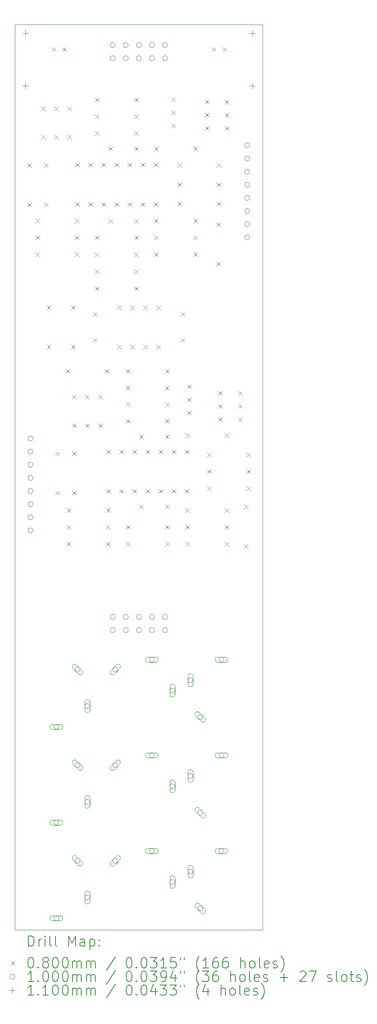
<source format=gbr>
%TF.GenerationSoftware,KiCad,Pcbnew,9.0.4*%
%TF.CreationDate,2025-10-04T20:54:10+02:00*%
%TF.ProjectId,DMH_Dual_VCA_Mk2_PCB_1,444d485f-4475-4616-9c5f-5643415f4d6b,1*%
%TF.SameCoordinates,Original*%
%TF.FileFunction,Drillmap*%
%TF.FilePolarity,Positive*%
%FSLAX45Y45*%
G04 Gerber Fmt 4.5, Leading zero omitted, Abs format (unit mm)*
G04 Created by KiCad (PCBNEW 9.0.4) date 2025-10-04 20:54:10*
%MOMM*%
%LPD*%
G01*
G04 APERTURE LIST*
%ADD10C,0.050000*%
%ADD11C,0.200000*%
%ADD12C,0.100000*%
%ADD13C,0.110000*%
G04 APERTURE END LIST*
D10*
X5100000Y-4250000D02*
X9900000Y-4250000D01*
X9900000Y-21750000D01*
X5100000Y-21750000D01*
X5100000Y-4250000D01*
D11*
D12*
X5335000Y-6929000D02*
X5415000Y-7009000D01*
X5415000Y-6929000D02*
X5335000Y-7009000D01*
X5335000Y-7691000D02*
X5415000Y-7771000D01*
X5415000Y-7691000D02*
X5335000Y-7771000D01*
X5496500Y-8003000D02*
X5576500Y-8083000D01*
X5576500Y-8003000D02*
X5496500Y-8083000D01*
X5496500Y-8328000D02*
X5576500Y-8408000D01*
X5576500Y-8328000D02*
X5496500Y-8408000D01*
X5496500Y-8653000D02*
X5576500Y-8733000D01*
X5576500Y-8653000D02*
X5496500Y-8733000D01*
X5605000Y-5835000D02*
X5685000Y-5915000D01*
X5685000Y-5835000D02*
X5605000Y-5915000D01*
X5605000Y-6385000D02*
X5685000Y-6465000D01*
X5685000Y-6385000D02*
X5605000Y-6465000D01*
X5660000Y-6929000D02*
X5740000Y-7009000D01*
X5740000Y-6929000D02*
X5660000Y-7009000D01*
X5660000Y-7691000D02*
X5740000Y-7771000D01*
X5740000Y-7691000D02*
X5660000Y-7771000D01*
X5710000Y-9679000D02*
X5790000Y-9759000D01*
X5790000Y-9679000D02*
X5710000Y-9759000D01*
X5710000Y-10441000D02*
X5790000Y-10521000D01*
X5790000Y-10441000D02*
X5710000Y-10521000D01*
X5814489Y-4685000D02*
X5894489Y-4765000D01*
X5894489Y-4685000D02*
X5814489Y-4765000D01*
X5859000Y-5835000D02*
X5939000Y-5915000D01*
X5939000Y-5835000D02*
X5859000Y-5915000D01*
X5859000Y-6385000D02*
X5939000Y-6465000D01*
X5939000Y-6385000D02*
X5859000Y-6465000D01*
X5881000Y-12504000D02*
X5961000Y-12584000D01*
X5961000Y-12504000D02*
X5881000Y-12584000D01*
X5881000Y-13266000D02*
X5961000Y-13346000D01*
X5961000Y-13266000D02*
X5881000Y-13346000D01*
X6014489Y-4685000D02*
X6094489Y-4765000D01*
X6094489Y-4685000D02*
X6014489Y-4765000D01*
X6079000Y-10910000D02*
X6159000Y-10990000D01*
X6159000Y-10910000D02*
X6079000Y-10990000D01*
X6100000Y-13599000D02*
X6180000Y-13679000D01*
X6180000Y-13599000D02*
X6100000Y-13679000D01*
X6100000Y-13924000D02*
X6180000Y-14004000D01*
X6180000Y-13924000D02*
X6100000Y-14004000D01*
X6100000Y-14249000D02*
X6180000Y-14329000D01*
X6180000Y-14249000D02*
X6100000Y-14329000D01*
X6113000Y-5835000D02*
X6193000Y-5915000D01*
X6193000Y-5835000D02*
X6113000Y-5915000D01*
X6113000Y-6385000D02*
X6193000Y-6465000D01*
X6193000Y-6385000D02*
X6113000Y-6465000D01*
X6185000Y-9679000D02*
X6265000Y-9759000D01*
X6265000Y-9679000D02*
X6185000Y-9759000D01*
X6185000Y-10441000D02*
X6265000Y-10521000D01*
X6265000Y-10441000D02*
X6185000Y-10521000D01*
X6205000Y-11410000D02*
X6285000Y-11490000D01*
X6285000Y-11410000D02*
X6205000Y-11490000D01*
X6206000Y-11960000D02*
X6286000Y-12040000D01*
X6286000Y-11960000D02*
X6206000Y-12040000D01*
X6206000Y-12504000D02*
X6286000Y-12584000D01*
X6286000Y-12504000D02*
X6206000Y-12584000D01*
X6206000Y-13266000D02*
X6286000Y-13346000D01*
X6286000Y-13266000D02*
X6206000Y-13346000D01*
X6258500Y-8003000D02*
X6338500Y-8083000D01*
X6338500Y-8003000D02*
X6258500Y-8083000D01*
X6258500Y-8328000D02*
X6338500Y-8408000D01*
X6338500Y-8328000D02*
X6258500Y-8408000D01*
X6258500Y-8653000D02*
X6338500Y-8733000D01*
X6338500Y-8653000D02*
X6258500Y-8733000D01*
X6265000Y-6923000D02*
X6345000Y-7003000D01*
X6345000Y-6923000D02*
X6265000Y-7003000D01*
X6265000Y-7685000D02*
X6345000Y-7765000D01*
X6345000Y-7685000D02*
X6265000Y-7765000D01*
X6459000Y-11410000D02*
X6539000Y-11490000D01*
X6539000Y-11410000D02*
X6459000Y-11490000D01*
X6460000Y-11960000D02*
X6540000Y-12040000D01*
X6540000Y-11960000D02*
X6460000Y-12040000D01*
X6519000Y-6923000D02*
X6599000Y-7003000D01*
X6599000Y-6923000D02*
X6519000Y-7003000D01*
X6519000Y-7685000D02*
X6599000Y-7765000D01*
X6599000Y-7685000D02*
X6519000Y-7765000D01*
X6610000Y-9810000D02*
X6690000Y-9890000D01*
X6690000Y-9810000D02*
X6610000Y-9890000D01*
X6610000Y-10310000D02*
X6690000Y-10390000D01*
X6690000Y-10310000D02*
X6610000Y-10390000D01*
X6646500Y-8328000D02*
X6726500Y-8408000D01*
X6726500Y-8328000D02*
X6646500Y-8408000D01*
X6646500Y-8653000D02*
X6726500Y-8733000D01*
X6726500Y-8653000D02*
X6646500Y-8733000D01*
X6648000Y-5660000D02*
X6728000Y-5740000D01*
X6728000Y-5660000D02*
X6648000Y-5740000D01*
X6648000Y-5985000D02*
X6728000Y-6065000D01*
X6728000Y-5985000D02*
X6648000Y-6065000D01*
X6648000Y-6310000D02*
X6728000Y-6390000D01*
X6728000Y-6310000D02*
X6648000Y-6390000D01*
X6648000Y-8985000D02*
X6728000Y-9065000D01*
X6728000Y-8985000D02*
X6648000Y-9065000D01*
X6648000Y-9310000D02*
X6728000Y-9390000D01*
X6728000Y-9310000D02*
X6648000Y-9390000D01*
X6713000Y-11410000D02*
X6793000Y-11490000D01*
X6793000Y-11410000D02*
X6713000Y-11490000D01*
X6714000Y-11960000D02*
X6794000Y-12040000D01*
X6794000Y-11960000D02*
X6714000Y-12040000D01*
X6773000Y-6923000D02*
X6853000Y-7003000D01*
X6853000Y-6923000D02*
X6773000Y-7003000D01*
X6773000Y-7685000D02*
X6853000Y-7765000D01*
X6853000Y-7685000D02*
X6773000Y-7765000D01*
X6841000Y-10910000D02*
X6921000Y-10990000D01*
X6921000Y-10910000D02*
X6841000Y-10990000D01*
X6862000Y-13599000D02*
X6942000Y-13679000D01*
X6942000Y-13599000D02*
X6862000Y-13679000D01*
X6862000Y-13924000D02*
X6942000Y-14004000D01*
X6942000Y-13924000D02*
X6862000Y-14004000D01*
X6862000Y-14249000D02*
X6942000Y-14329000D01*
X6942000Y-14249000D02*
X6862000Y-14329000D01*
X6868500Y-12469000D02*
X6948500Y-12549000D01*
X6948500Y-12469000D02*
X6868500Y-12549000D01*
X6868500Y-13231000D02*
X6948500Y-13311000D01*
X6948500Y-13231000D02*
X6868500Y-13311000D01*
X6910000Y-6610000D02*
X6990000Y-6690000D01*
X6990000Y-6610000D02*
X6910000Y-6690000D01*
X6910000Y-8010000D02*
X6990000Y-8090000D01*
X6990000Y-8010000D02*
X6910000Y-8090000D01*
X7027000Y-6923000D02*
X7107000Y-7003000D01*
X7107000Y-6923000D02*
X7027000Y-7003000D01*
X7027000Y-7685000D02*
X7107000Y-7765000D01*
X7107000Y-7685000D02*
X7027000Y-7765000D01*
X7079000Y-9679000D02*
X7159000Y-9759000D01*
X7159000Y-9679000D02*
X7079000Y-9759000D01*
X7079000Y-10441000D02*
X7159000Y-10521000D01*
X7159000Y-10441000D02*
X7079000Y-10521000D01*
X7122500Y-12469000D02*
X7202500Y-12549000D01*
X7202500Y-12469000D02*
X7122500Y-12549000D01*
X7122500Y-13231000D02*
X7202500Y-13311000D01*
X7202500Y-13231000D02*
X7122500Y-13311000D01*
X7246000Y-11235000D02*
X7326000Y-11315000D01*
X7326000Y-11235000D02*
X7246000Y-11315000D01*
X7248000Y-10910000D02*
X7328000Y-10990000D01*
X7328000Y-10910000D02*
X7248000Y-10990000D01*
X7248000Y-11549000D02*
X7328000Y-11629000D01*
X7328000Y-11549000D02*
X7248000Y-11629000D01*
X7248000Y-11874000D02*
X7328000Y-11954000D01*
X7328000Y-11874000D02*
X7248000Y-11954000D01*
X7250000Y-13924000D02*
X7330000Y-14004000D01*
X7330000Y-13924000D02*
X7250000Y-14004000D01*
X7250000Y-14249000D02*
X7330000Y-14329000D01*
X7330000Y-14249000D02*
X7250000Y-14329000D01*
X7281000Y-6923000D02*
X7361000Y-7003000D01*
X7361000Y-6923000D02*
X7281000Y-7003000D01*
X7281000Y-7685000D02*
X7361000Y-7765000D01*
X7361000Y-7685000D02*
X7281000Y-7765000D01*
X7333000Y-9679000D02*
X7413000Y-9759000D01*
X7413000Y-9679000D02*
X7333000Y-9759000D01*
X7333000Y-10441000D02*
X7413000Y-10521000D01*
X7413000Y-10441000D02*
X7333000Y-10521000D01*
X7376500Y-12469000D02*
X7456500Y-12549000D01*
X7456500Y-12469000D02*
X7376500Y-12549000D01*
X7376500Y-13231000D02*
X7456500Y-13311000D01*
X7456500Y-13231000D02*
X7376500Y-13311000D01*
X7408500Y-8328000D02*
X7488500Y-8408000D01*
X7488500Y-8328000D02*
X7408500Y-8408000D01*
X7408500Y-8653000D02*
X7488500Y-8733000D01*
X7488500Y-8653000D02*
X7408500Y-8733000D01*
X7410000Y-5660000D02*
X7490000Y-5740000D01*
X7490000Y-5660000D02*
X7410000Y-5740000D01*
X7410000Y-5985000D02*
X7490000Y-6065000D01*
X7490000Y-5985000D02*
X7410000Y-6065000D01*
X7410000Y-6310000D02*
X7490000Y-6390000D01*
X7490000Y-6310000D02*
X7410000Y-6390000D01*
X7410000Y-6610000D02*
X7490000Y-6690000D01*
X7490000Y-6610000D02*
X7410000Y-6690000D01*
X7410000Y-8010000D02*
X7490000Y-8090000D01*
X7490000Y-8010000D02*
X7410000Y-8090000D01*
X7410000Y-8985000D02*
X7490000Y-9065000D01*
X7490000Y-8985000D02*
X7410000Y-9065000D01*
X7410000Y-9310000D02*
X7490000Y-9390000D01*
X7490000Y-9310000D02*
X7410000Y-9390000D01*
X7506000Y-12174000D02*
X7586000Y-12254000D01*
X7586000Y-12174000D02*
X7506000Y-12254000D01*
X7506000Y-13524000D02*
X7586000Y-13604000D01*
X7586000Y-13524000D02*
X7506000Y-13604000D01*
X7535000Y-6923000D02*
X7615000Y-7003000D01*
X7615000Y-6923000D02*
X7535000Y-7003000D01*
X7535000Y-7685000D02*
X7615000Y-7765000D01*
X7615000Y-7685000D02*
X7535000Y-7765000D01*
X7587000Y-9679000D02*
X7667000Y-9759000D01*
X7667000Y-9679000D02*
X7587000Y-9759000D01*
X7587000Y-10441000D02*
X7667000Y-10521000D01*
X7667000Y-10441000D02*
X7587000Y-10521000D01*
X7630500Y-12469000D02*
X7710500Y-12549000D01*
X7710500Y-12469000D02*
X7630500Y-12549000D01*
X7630500Y-13231000D02*
X7710500Y-13311000D01*
X7710500Y-13231000D02*
X7630500Y-13311000D01*
X7789000Y-6923000D02*
X7869000Y-7003000D01*
X7869000Y-6923000D02*
X7789000Y-7003000D01*
X7789000Y-7685000D02*
X7869000Y-7765000D01*
X7869000Y-7685000D02*
X7789000Y-7765000D01*
X7796500Y-6603000D02*
X7876500Y-6683000D01*
X7876500Y-6603000D02*
X7796500Y-6683000D01*
X7796500Y-8003000D02*
X7876500Y-8083000D01*
X7876500Y-8003000D02*
X7796500Y-8083000D01*
X7796500Y-8328000D02*
X7876500Y-8408000D01*
X7876500Y-8328000D02*
X7796500Y-8408000D01*
X7796500Y-8653000D02*
X7876500Y-8733000D01*
X7876500Y-8653000D02*
X7796500Y-8733000D01*
X7841000Y-9679000D02*
X7921000Y-9759000D01*
X7921000Y-9679000D02*
X7841000Y-9759000D01*
X7841000Y-10441000D02*
X7921000Y-10521000D01*
X7921000Y-10441000D02*
X7841000Y-10521000D01*
X7884500Y-12469000D02*
X7964500Y-12549000D01*
X7964500Y-12469000D02*
X7884500Y-12549000D01*
X7884500Y-13231000D02*
X7964500Y-13311000D01*
X7964500Y-13231000D02*
X7884500Y-13311000D01*
X8006000Y-12174000D02*
X8086000Y-12254000D01*
X8086000Y-12174000D02*
X8006000Y-12254000D01*
X8006000Y-13524000D02*
X8086000Y-13604000D01*
X8086000Y-13524000D02*
X8006000Y-13604000D01*
X8008000Y-11235000D02*
X8088000Y-11315000D01*
X8088000Y-11235000D02*
X8008000Y-11315000D01*
X8010000Y-10910000D02*
X8090000Y-10990000D01*
X8090000Y-10910000D02*
X8010000Y-10990000D01*
X8010000Y-11549000D02*
X8090000Y-11629000D01*
X8090000Y-11549000D02*
X8010000Y-11629000D01*
X8010000Y-11874000D02*
X8090000Y-11954000D01*
X8090000Y-11874000D02*
X8010000Y-11954000D01*
X8012000Y-13924000D02*
X8092000Y-14004000D01*
X8092000Y-13924000D02*
X8012000Y-14004000D01*
X8012000Y-14249000D02*
X8092000Y-14329000D01*
X8092000Y-14249000D02*
X8012000Y-14329000D01*
X8130000Y-5656000D02*
X8210000Y-5736000D01*
X8210000Y-5656000D02*
X8130000Y-5736000D01*
X8130000Y-5910000D02*
X8210000Y-5990000D01*
X8210000Y-5910000D02*
X8130000Y-5990000D01*
X8130000Y-6164000D02*
X8210000Y-6244000D01*
X8210000Y-6164000D02*
X8130000Y-6244000D01*
X8138500Y-12469000D02*
X8218500Y-12549000D01*
X8218500Y-12469000D02*
X8138500Y-12549000D01*
X8138500Y-13231000D02*
X8218500Y-13311000D01*
X8218500Y-13231000D02*
X8138500Y-13311000D01*
X8246500Y-6928000D02*
X8326500Y-7008000D01*
X8326500Y-6928000D02*
X8246500Y-7008000D01*
X8246500Y-7303000D02*
X8326500Y-7383000D01*
X8326500Y-7303000D02*
X8246500Y-7383000D01*
X8246500Y-7678000D02*
X8326500Y-7758000D01*
X8326500Y-7678000D02*
X8246500Y-7758000D01*
X8310000Y-9810000D02*
X8390000Y-9890000D01*
X8390000Y-9810000D02*
X8310000Y-9890000D01*
X8310000Y-10310000D02*
X8390000Y-10390000D01*
X8390000Y-10310000D02*
X8310000Y-10390000D01*
X8392500Y-12469000D02*
X8472500Y-12549000D01*
X8472500Y-12469000D02*
X8392500Y-12549000D01*
X8392500Y-13231000D02*
X8472500Y-13311000D01*
X8472500Y-13231000D02*
X8392500Y-13311000D01*
X8400000Y-12149000D02*
X8480000Y-12229000D01*
X8480000Y-12149000D02*
X8400000Y-12229000D01*
X8400000Y-13599000D02*
X8480000Y-13679000D01*
X8480000Y-13599000D02*
X8400000Y-13679000D01*
X8400000Y-13924000D02*
X8480000Y-14004000D01*
X8480000Y-13924000D02*
X8400000Y-14004000D01*
X8400000Y-14249000D02*
X8480000Y-14329000D01*
X8480000Y-14249000D02*
X8400000Y-14329000D01*
X8435000Y-11206000D02*
X8515000Y-11286000D01*
X8515000Y-11206000D02*
X8435000Y-11286000D01*
X8435000Y-11460000D02*
X8515000Y-11540000D01*
X8515000Y-11460000D02*
X8435000Y-11540000D01*
X8435000Y-11714000D02*
X8515000Y-11794000D01*
X8515000Y-11714000D02*
X8435000Y-11794000D01*
X8558500Y-6603000D02*
X8638500Y-6683000D01*
X8638500Y-6603000D02*
X8558500Y-6683000D01*
X8558500Y-8003000D02*
X8638500Y-8083000D01*
X8638500Y-8003000D02*
X8558500Y-8083000D01*
X8558500Y-8328000D02*
X8638500Y-8408000D01*
X8638500Y-8328000D02*
X8558500Y-8408000D01*
X8558500Y-8653000D02*
X8638500Y-8733000D01*
X8638500Y-8653000D02*
X8558500Y-8733000D01*
X8780000Y-5705000D02*
X8860000Y-5785000D01*
X8860000Y-5705000D02*
X8780000Y-5785000D01*
X8780000Y-5959000D02*
X8860000Y-6039000D01*
X8860000Y-5959000D02*
X8780000Y-6039000D01*
X8780000Y-6213000D02*
X8860000Y-6293000D01*
X8860000Y-6213000D02*
X8780000Y-6293000D01*
X8825000Y-12524000D02*
X8905000Y-12604000D01*
X8905000Y-12524000D02*
X8825000Y-12604000D01*
X8825000Y-12849000D02*
X8905000Y-12929000D01*
X8905000Y-12849000D02*
X8825000Y-12929000D01*
X8825000Y-13174000D02*
X8905000Y-13254000D01*
X8905000Y-13174000D02*
X8825000Y-13254000D01*
X8914489Y-4685000D02*
X8994489Y-4765000D01*
X8994489Y-4685000D02*
X8914489Y-4765000D01*
X9002500Y-8072000D02*
X9082500Y-8152000D01*
X9082500Y-8072000D02*
X9002500Y-8152000D01*
X9002500Y-8834000D02*
X9082500Y-8914000D01*
X9082500Y-8834000D02*
X9002500Y-8914000D01*
X9008500Y-6928000D02*
X9088500Y-7008000D01*
X9088500Y-6928000D02*
X9008500Y-7008000D01*
X9008500Y-7303000D02*
X9088500Y-7383000D01*
X9088500Y-7303000D02*
X9008500Y-7383000D01*
X9008500Y-7678000D02*
X9088500Y-7758000D01*
X9088500Y-7678000D02*
X9008500Y-7758000D01*
X9035000Y-11331000D02*
X9115000Y-11411000D01*
X9115000Y-11331000D02*
X9035000Y-11411000D01*
X9035000Y-11585000D02*
X9115000Y-11665000D01*
X9115000Y-11585000D02*
X9035000Y-11665000D01*
X9035000Y-11839000D02*
X9115000Y-11919000D01*
X9115000Y-11839000D02*
X9035000Y-11919000D01*
X9114489Y-4685000D02*
X9194489Y-4765000D01*
X9194489Y-4685000D02*
X9114489Y-4765000D01*
X9162000Y-12149000D02*
X9242000Y-12229000D01*
X9242000Y-12149000D02*
X9162000Y-12229000D01*
X9162000Y-13599000D02*
X9242000Y-13679000D01*
X9242000Y-13599000D02*
X9162000Y-13679000D01*
X9162000Y-13924000D02*
X9242000Y-14004000D01*
X9242000Y-13924000D02*
X9162000Y-14004000D01*
X9162000Y-14249000D02*
X9242000Y-14329000D01*
X9242000Y-14249000D02*
X9162000Y-14329000D01*
X9165000Y-5707000D02*
X9245000Y-5787000D01*
X9245000Y-5707000D02*
X9165000Y-5787000D01*
X9165000Y-5961000D02*
X9245000Y-6041000D01*
X9245000Y-5961000D02*
X9165000Y-6041000D01*
X9165000Y-6215000D02*
X9245000Y-6295000D01*
X9245000Y-6215000D02*
X9165000Y-6295000D01*
X9420000Y-11331000D02*
X9500000Y-11411000D01*
X9500000Y-11331000D02*
X9420000Y-11411000D01*
X9420000Y-11585000D02*
X9500000Y-11665000D01*
X9500000Y-11585000D02*
X9420000Y-11665000D01*
X9420000Y-11839000D02*
X9500000Y-11919000D01*
X9500000Y-11839000D02*
X9420000Y-11919000D01*
X9535000Y-13529000D02*
X9615000Y-13609000D01*
X9615000Y-13529000D02*
X9535000Y-13609000D01*
X9535000Y-14291000D02*
X9615000Y-14371000D01*
X9615000Y-14291000D02*
X9535000Y-14371000D01*
X9587000Y-12524000D02*
X9667000Y-12604000D01*
X9667000Y-12524000D02*
X9587000Y-12604000D01*
X9587000Y-12849000D02*
X9667000Y-12929000D01*
X9667000Y-12849000D02*
X9587000Y-12929000D01*
X9587000Y-13174000D02*
X9667000Y-13254000D01*
X9667000Y-13174000D02*
X9587000Y-13254000D01*
X5450000Y-12250000D02*
G75*
G02*
X5350000Y-12250000I-50000J0D01*
G01*
X5350000Y-12250000D02*
G75*
G02*
X5450000Y-12250000I50000J0D01*
G01*
X5450000Y-12504000D02*
G75*
G02*
X5350000Y-12504000I-50000J0D01*
G01*
X5350000Y-12504000D02*
G75*
G02*
X5450000Y-12504000I50000J0D01*
G01*
X5450000Y-12758000D02*
G75*
G02*
X5350000Y-12758000I-50000J0D01*
G01*
X5350000Y-12758000D02*
G75*
G02*
X5450000Y-12758000I50000J0D01*
G01*
X5450000Y-13012000D02*
G75*
G02*
X5350000Y-13012000I-50000J0D01*
G01*
X5350000Y-13012000D02*
G75*
G02*
X5450000Y-13012000I50000J0D01*
G01*
X5450000Y-13266000D02*
G75*
G02*
X5350000Y-13266000I-50000J0D01*
G01*
X5350000Y-13266000D02*
G75*
G02*
X5450000Y-13266000I50000J0D01*
G01*
X5450000Y-13520000D02*
G75*
G02*
X5350000Y-13520000I-50000J0D01*
G01*
X5350000Y-13520000D02*
G75*
G02*
X5450000Y-13520000I50000J0D01*
G01*
X5450000Y-13774000D02*
G75*
G02*
X5350000Y-13774000I-50000J0D01*
G01*
X5350000Y-13774000D02*
G75*
G02*
X5450000Y-13774000I50000J0D01*
G01*
X5450000Y-14028000D02*
G75*
G02*
X5350000Y-14028000I-50000J0D01*
G01*
X5350000Y-14028000D02*
G75*
G02*
X5450000Y-14028000I50000J0D01*
G01*
X5950000Y-17825000D02*
G75*
G02*
X5850000Y-17825000I-50000J0D01*
G01*
X5850000Y-17825000D02*
G75*
G02*
X5950000Y-17825000I50000J0D01*
G01*
X5975000Y-17775000D02*
X5825000Y-17775000D01*
X5825000Y-17875000D02*
G75*
G02*
X5825000Y-17775000I0J50000D01*
G01*
X5825000Y-17875000D02*
X5975000Y-17875000D01*
X5975000Y-17875000D02*
G75*
G03*
X5975000Y-17775000I0J50000D01*
G01*
X5950000Y-19675000D02*
G75*
G02*
X5850000Y-19675000I-50000J0D01*
G01*
X5850000Y-19675000D02*
G75*
G02*
X5950000Y-19675000I50000J0D01*
G01*
X5975000Y-19625000D02*
X5825000Y-19625000D01*
X5825000Y-19725000D02*
G75*
G02*
X5825000Y-19625000I0J50000D01*
G01*
X5825000Y-19725000D02*
X5975000Y-19725000D01*
X5975000Y-19725000D02*
G75*
G03*
X5975000Y-19625000I0J50000D01*
G01*
X5950000Y-21525000D02*
G75*
G02*
X5850000Y-21525000I-50000J0D01*
G01*
X5850000Y-21525000D02*
G75*
G02*
X5950000Y-21525000I50000J0D01*
G01*
X5975000Y-21475000D02*
X5825000Y-21475000D01*
X5825000Y-21575000D02*
G75*
G02*
X5825000Y-21475000I0J50000D01*
G01*
X5825000Y-21575000D02*
X5975000Y-21575000D01*
X5975000Y-21575000D02*
G75*
G03*
X5975000Y-21475000I0J50000D01*
G01*
X6359619Y-16715381D02*
G75*
G02*
X6259619Y-16715381I-50000J0D01*
G01*
X6259619Y-16715381D02*
G75*
G02*
X6359619Y-16715381I50000J0D01*
G01*
X6398007Y-16733059D02*
X6291941Y-16626993D01*
X6221231Y-16697703D02*
G75*
G02*
X6291941Y-16626993I35355J35355D01*
G01*
X6221231Y-16697703D02*
X6327297Y-16803769D01*
X6327297Y-16803769D02*
G75*
G03*
X6398007Y-16733059I35355J35355D01*
G01*
X6359619Y-18565381D02*
G75*
G02*
X6259619Y-18565381I-50000J0D01*
G01*
X6259619Y-18565381D02*
G75*
G02*
X6359619Y-18565381I50000J0D01*
G01*
X6398007Y-18583059D02*
X6291941Y-18476993D01*
X6221231Y-18547703D02*
G75*
G02*
X6291941Y-18476993I35355J35355D01*
G01*
X6221231Y-18547703D02*
X6327297Y-18653769D01*
X6327297Y-18653769D02*
G75*
G03*
X6398007Y-18583059I35355J35355D01*
G01*
X6359619Y-20415381D02*
G75*
G02*
X6259619Y-20415381I-50000J0D01*
G01*
X6259619Y-20415381D02*
G75*
G02*
X6359619Y-20415381I50000J0D01*
G01*
X6398007Y-20433059D02*
X6291941Y-20326993D01*
X6221231Y-20397703D02*
G75*
G02*
X6291941Y-20326993I35355J35355D01*
G01*
X6221231Y-20397703D02*
X6327297Y-20503769D01*
X6327297Y-20503769D02*
G75*
G03*
X6398007Y-20433059I35355J35355D01*
G01*
X6550000Y-17425000D02*
G75*
G02*
X6450000Y-17425000I-50000J0D01*
G01*
X6450000Y-17425000D02*
G75*
G02*
X6550000Y-17425000I50000J0D01*
G01*
X6450000Y-17350000D02*
X6450000Y-17500000D01*
X6550000Y-17500000D02*
G75*
G02*
X6450000Y-17500000I-50000J0D01*
G01*
X6550000Y-17500000D02*
X6550000Y-17350000D01*
X6550000Y-17350000D02*
G75*
G03*
X6450000Y-17350000I-50000J0D01*
G01*
X6550000Y-19275000D02*
G75*
G02*
X6450000Y-19275000I-50000J0D01*
G01*
X6450000Y-19275000D02*
G75*
G02*
X6550000Y-19275000I50000J0D01*
G01*
X6450000Y-19200000D02*
X6450000Y-19350000D01*
X6550000Y-19350000D02*
G75*
G02*
X6450000Y-19350000I-50000J0D01*
G01*
X6550000Y-19350000D02*
X6550000Y-19200000D01*
X6550000Y-19200000D02*
G75*
G03*
X6450000Y-19200000I-50000J0D01*
G01*
X6550000Y-21125000D02*
G75*
G02*
X6450000Y-21125000I-50000J0D01*
G01*
X6450000Y-21125000D02*
G75*
G02*
X6550000Y-21125000I50000J0D01*
G01*
X6450000Y-21050000D02*
X6450000Y-21200000D01*
X6550000Y-21200000D02*
G75*
G02*
X6450000Y-21200000I-50000J0D01*
G01*
X6550000Y-21200000D02*
X6550000Y-21050000D01*
X6550000Y-21050000D02*
G75*
G03*
X6450000Y-21050000I-50000J0D01*
G01*
X7042000Y-4646250D02*
G75*
G02*
X6942000Y-4646250I-50000J0D01*
G01*
X6942000Y-4646250D02*
G75*
G02*
X7042000Y-4646250I50000J0D01*
G01*
X7042000Y-4900250D02*
G75*
G02*
X6942000Y-4900250I-50000J0D01*
G01*
X6942000Y-4900250D02*
G75*
G02*
X7042000Y-4900250I50000J0D01*
G01*
X7042000Y-15700000D02*
G75*
G02*
X6942000Y-15700000I-50000J0D01*
G01*
X6942000Y-15700000D02*
G75*
G02*
X7042000Y-15700000I50000J0D01*
G01*
X7042000Y-15954000D02*
G75*
G02*
X6942000Y-15954000I-50000J0D01*
G01*
X6942000Y-15954000D02*
G75*
G02*
X7042000Y-15954000I50000J0D01*
G01*
X7090381Y-16715381D02*
G75*
G02*
X6990381Y-16715381I-50000J0D01*
G01*
X6990381Y-16715381D02*
G75*
G02*
X7090381Y-16715381I50000J0D01*
G01*
X7058059Y-16626993D02*
X6951993Y-16733059D01*
X7022703Y-16803769D02*
G75*
G02*
X6951993Y-16733059I-35355J35355D01*
G01*
X7022703Y-16803769D02*
X7128769Y-16697703D01*
X7128769Y-16697703D02*
G75*
G03*
X7058059Y-16626993I-35355J35355D01*
G01*
X7090381Y-18565381D02*
G75*
G02*
X6990381Y-18565381I-50000J0D01*
G01*
X6990381Y-18565381D02*
G75*
G02*
X7090381Y-18565381I50000J0D01*
G01*
X7058059Y-18476993D02*
X6951993Y-18583059D01*
X7022703Y-18653769D02*
G75*
G02*
X6951993Y-18583059I-35355J35355D01*
G01*
X7022703Y-18653769D02*
X7128769Y-18547703D01*
X7128769Y-18547703D02*
G75*
G03*
X7058059Y-18476993I-35355J35355D01*
G01*
X7090381Y-20415381D02*
G75*
G02*
X6990381Y-20415381I-50000J0D01*
G01*
X6990381Y-20415381D02*
G75*
G02*
X7090381Y-20415381I50000J0D01*
G01*
X7058059Y-20326993D02*
X6951993Y-20433059D01*
X7022703Y-20503769D02*
G75*
G02*
X6951993Y-20433059I-35355J35355D01*
G01*
X7022703Y-20503769D02*
X7128769Y-20397703D01*
X7128769Y-20397703D02*
G75*
G03*
X7058059Y-20326993I-35355J35355D01*
G01*
X7296000Y-4646250D02*
G75*
G02*
X7196000Y-4646250I-50000J0D01*
G01*
X7196000Y-4646250D02*
G75*
G02*
X7296000Y-4646250I50000J0D01*
G01*
X7296000Y-4900250D02*
G75*
G02*
X7196000Y-4900250I-50000J0D01*
G01*
X7196000Y-4900250D02*
G75*
G02*
X7296000Y-4900250I50000J0D01*
G01*
X7296000Y-15700000D02*
G75*
G02*
X7196000Y-15700000I-50000J0D01*
G01*
X7196000Y-15700000D02*
G75*
G02*
X7296000Y-15700000I50000J0D01*
G01*
X7296000Y-15954000D02*
G75*
G02*
X7196000Y-15954000I-50000J0D01*
G01*
X7196000Y-15954000D02*
G75*
G02*
X7296000Y-15954000I50000J0D01*
G01*
X7550000Y-4646250D02*
G75*
G02*
X7450000Y-4646250I-50000J0D01*
G01*
X7450000Y-4646250D02*
G75*
G02*
X7550000Y-4646250I50000J0D01*
G01*
X7550000Y-4900250D02*
G75*
G02*
X7450000Y-4900250I-50000J0D01*
G01*
X7450000Y-4900250D02*
G75*
G02*
X7550000Y-4900250I50000J0D01*
G01*
X7550000Y-15700000D02*
G75*
G02*
X7450000Y-15700000I-50000J0D01*
G01*
X7450000Y-15700000D02*
G75*
G02*
X7550000Y-15700000I50000J0D01*
G01*
X7550000Y-15954000D02*
G75*
G02*
X7450000Y-15954000I-50000J0D01*
G01*
X7450000Y-15954000D02*
G75*
G02*
X7550000Y-15954000I50000J0D01*
G01*
X7800000Y-16525000D02*
G75*
G02*
X7700000Y-16525000I-50000J0D01*
G01*
X7700000Y-16525000D02*
G75*
G02*
X7800000Y-16525000I50000J0D01*
G01*
X7675000Y-16575000D02*
X7825000Y-16575000D01*
X7825000Y-16475000D02*
G75*
G02*
X7825000Y-16575000I0J-50000D01*
G01*
X7825000Y-16475000D02*
X7675000Y-16475000D01*
X7675000Y-16475000D02*
G75*
G03*
X7675000Y-16575000I0J-50000D01*
G01*
X7800000Y-18375000D02*
G75*
G02*
X7700000Y-18375000I-50000J0D01*
G01*
X7700000Y-18375000D02*
G75*
G02*
X7800000Y-18375000I50000J0D01*
G01*
X7675000Y-18425000D02*
X7825000Y-18425000D01*
X7825000Y-18325000D02*
G75*
G02*
X7825000Y-18425000I0J-50000D01*
G01*
X7825000Y-18325000D02*
X7675000Y-18325000D01*
X7675000Y-18325000D02*
G75*
G03*
X7675000Y-18425000I0J-50000D01*
G01*
X7800000Y-20225000D02*
G75*
G02*
X7700000Y-20225000I-50000J0D01*
G01*
X7700000Y-20225000D02*
G75*
G02*
X7800000Y-20225000I50000J0D01*
G01*
X7675000Y-20275000D02*
X7825000Y-20275000D01*
X7825000Y-20175000D02*
G75*
G02*
X7825000Y-20275000I0J-50000D01*
G01*
X7825000Y-20175000D02*
X7675000Y-20175000D01*
X7675000Y-20175000D02*
G75*
G03*
X7675000Y-20275000I0J-50000D01*
G01*
X7804000Y-4646250D02*
G75*
G02*
X7704000Y-4646250I-50000J0D01*
G01*
X7704000Y-4646250D02*
G75*
G02*
X7804000Y-4646250I50000J0D01*
G01*
X7804000Y-4900250D02*
G75*
G02*
X7704000Y-4900250I-50000J0D01*
G01*
X7704000Y-4900250D02*
G75*
G02*
X7804000Y-4900250I50000J0D01*
G01*
X7804000Y-15700000D02*
G75*
G02*
X7704000Y-15700000I-50000J0D01*
G01*
X7704000Y-15700000D02*
G75*
G02*
X7804000Y-15700000I50000J0D01*
G01*
X7804000Y-15954000D02*
G75*
G02*
X7704000Y-15954000I-50000J0D01*
G01*
X7704000Y-15954000D02*
G75*
G02*
X7804000Y-15954000I50000J0D01*
G01*
X8058000Y-4646250D02*
G75*
G02*
X7958000Y-4646250I-50000J0D01*
G01*
X7958000Y-4646250D02*
G75*
G02*
X8058000Y-4646250I50000J0D01*
G01*
X8058000Y-4900250D02*
G75*
G02*
X7958000Y-4900250I-50000J0D01*
G01*
X7958000Y-4900250D02*
G75*
G02*
X8058000Y-4900250I50000J0D01*
G01*
X8058000Y-15700000D02*
G75*
G02*
X7958000Y-15700000I-50000J0D01*
G01*
X7958000Y-15700000D02*
G75*
G02*
X8058000Y-15700000I50000J0D01*
G01*
X8058000Y-15954000D02*
G75*
G02*
X7958000Y-15954000I-50000J0D01*
G01*
X7958000Y-15954000D02*
G75*
G02*
X8058000Y-15954000I50000J0D01*
G01*
X8200000Y-17125000D02*
G75*
G02*
X8100000Y-17125000I-50000J0D01*
G01*
X8100000Y-17125000D02*
G75*
G02*
X8200000Y-17125000I50000J0D01*
G01*
X8100000Y-17050000D02*
X8100000Y-17200000D01*
X8200000Y-17200000D02*
G75*
G02*
X8100000Y-17200000I-50000J0D01*
G01*
X8200000Y-17200000D02*
X8200000Y-17050000D01*
X8200000Y-17050000D02*
G75*
G03*
X8100000Y-17050000I-50000J0D01*
G01*
X8200000Y-18975000D02*
G75*
G02*
X8100000Y-18975000I-50000J0D01*
G01*
X8100000Y-18975000D02*
G75*
G02*
X8200000Y-18975000I50000J0D01*
G01*
X8100000Y-18900000D02*
X8100000Y-19050000D01*
X8200000Y-19050000D02*
G75*
G02*
X8100000Y-19050000I-50000J0D01*
G01*
X8200000Y-19050000D02*
X8200000Y-18900000D01*
X8200000Y-18900000D02*
G75*
G03*
X8100000Y-18900000I-50000J0D01*
G01*
X8200000Y-20825000D02*
G75*
G02*
X8100000Y-20825000I-50000J0D01*
G01*
X8100000Y-20825000D02*
G75*
G02*
X8200000Y-20825000I50000J0D01*
G01*
X8100000Y-20750000D02*
X8100000Y-20900000D01*
X8200000Y-20900000D02*
G75*
G02*
X8100000Y-20900000I-50000J0D01*
G01*
X8200000Y-20900000D02*
X8200000Y-20750000D01*
X8200000Y-20750000D02*
G75*
G03*
X8100000Y-20750000I-50000J0D01*
G01*
X8550000Y-16925000D02*
G75*
G02*
X8450000Y-16925000I-50000J0D01*
G01*
X8450000Y-16925000D02*
G75*
G02*
X8550000Y-16925000I50000J0D01*
G01*
X8550000Y-17000000D02*
X8550000Y-16850000D01*
X8450000Y-16850000D02*
G75*
G02*
X8550000Y-16850000I50000J0D01*
G01*
X8450000Y-16850000D02*
X8450000Y-17000000D01*
X8450000Y-17000000D02*
G75*
G03*
X8550000Y-17000000I50000J0D01*
G01*
X8550000Y-18775000D02*
G75*
G02*
X8450000Y-18775000I-50000J0D01*
G01*
X8450000Y-18775000D02*
G75*
G02*
X8550000Y-18775000I50000J0D01*
G01*
X8550000Y-18850000D02*
X8550000Y-18700000D01*
X8450000Y-18700000D02*
G75*
G02*
X8550000Y-18700000I50000J0D01*
G01*
X8450000Y-18700000D02*
X8450000Y-18850000D01*
X8450000Y-18850000D02*
G75*
G03*
X8550000Y-18850000I50000J0D01*
G01*
X8550000Y-20625000D02*
G75*
G02*
X8450000Y-20625000I-50000J0D01*
G01*
X8450000Y-20625000D02*
G75*
G02*
X8550000Y-20625000I50000J0D01*
G01*
X8550000Y-20700000D02*
X8550000Y-20550000D01*
X8450000Y-20550000D02*
G75*
G02*
X8550000Y-20550000I50000J0D01*
G01*
X8450000Y-20550000D02*
X8450000Y-20700000D01*
X8450000Y-20700000D02*
G75*
G03*
X8550000Y-20700000I50000J0D01*
G01*
X8740381Y-17634619D02*
G75*
G02*
X8640381Y-17634619I-50000J0D01*
G01*
X8640381Y-17634619D02*
G75*
G02*
X8740381Y-17634619I50000J0D01*
G01*
X8601993Y-17616941D02*
X8708059Y-17723007D01*
X8778769Y-17652297D02*
G75*
G02*
X8708059Y-17723007I-35355J-35355D01*
G01*
X8778769Y-17652297D02*
X8672703Y-17546231D01*
X8672703Y-17546231D02*
G75*
G03*
X8601993Y-17616941I-35355J-35355D01*
G01*
X8740381Y-19484619D02*
G75*
G02*
X8640381Y-19484619I-50000J0D01*
G01*
X8640381Y-19484619D02*
G75*
G02*
X8740381Y-19484619I50000J0D01*
G01*
X8601993Y-19466941D02*
X8708059Y-19573007D01*
X8778769Y-19502297D02*
G75*
G02*
X8708059Y-19573007I-35355J-35355D01*
G01*
X8778769Y-19502297D02*
X8672703Y-19396231D01*
X8672703Y-19396231D02*
G75*
G03*
X8601993Y-19466941I-35355J-35355D01*
G01*
X8740381Y-21334619D02*
G75*
G02*
X8640381Y-21334619I-50000J0D01*
G01*
X8640381Y-21334619D02*
G75*
G02*
X8740381Y-21334619I50000J0D01*
G01*
X8601993Y-21316941D02*
X8708059Y-21423007D01*
X8778769Y-21352297D02*
G75*
G02*
X8708059Y-21423007I-35355J-35355D01*
G01*
X8778769Y-21352297D02*
X8672703Y-21246231D01*
X8672703Y-21246231D02*
G75*
G03*
X8601993Y-21316941I-35355J-35355D01*
G01*
X9150000Y-16525000D02*
G75*
G02*
X9050000Y-16525000I-50000J0D01*
G01*
X9050000Y-16525000D02*
G75*
G02*
X9150000Y-16525000I50000J0D01*
G01*
X9025000Y-16575000D02*
X9175000Y-16575000D01*
X9175000Y-16475000D02*
G75*
G02*
X9175000Y-16575000I0J-50000D01*
G01*
X9175000Y-16475000D02*
X9025000Y-16475000D01*
X9025000Y-16475000D02*
G75*
G03*
X9025000Y-16575000I0J-50000D01*
G01*
X9150000Y-18375000D02*
G75*
G02*
X9050000Y-18375000I-50000J0D01*
G01*
X9050000Y-18375000D02*
G75*
G02*
X9150000Y-18375000I50000J0D01*
G01*
X9025000Y-18425000D02*
X9175000Y-18425000D01*
X9175000Y-18325000D02*
G75*
G02*
X9175000Y-18425000I0J-50000D01*
G01*
X9175000Y-18325000D02*
X9025000Y-18325000D01*
X9025000Y-18325000D02*
G75*
G03*
X9025000Y-18425000I0J-50000D01*
G01*
X9150000Y-20225000D02*
G75*
G02*
X9050000Y-20225000I-50000J0D01*
G01*
X9050000Y-20225000D02*
G75*
G02*
X9150000Y-20225000I50000J0D01*
G01*
X9025000Y-20275000D02*
X9175000Y-20275000D01*
X9175000Y-20175000D02*
G75*
G02*
X9175000Y-20275000I0J-50000D01*
G01*
X9175000Y-20175000D02*
X9025000Y-20175000D01*
X9025000Y-20175000D02*
G75*
G03*
X9025000Y-20275000I0J-50000D01*
G01*
X9650000Y-6584000D02*
G75*
G02*
X9550000Y-6584000I-50000J0D01*
G01*
X9550000Y-6584000D02*
G75*
G02*
X9650000Y-6584000I50000J0D01*
G01*
X9650000Y-6838000D02*
G75*
G02*
X9550000Y-6838000I-50000J0D01*
G01*
X9550000Y-6838000D02*
G75*
G02*
X9650000Y-6838000I50000J0D01*
G01*
X9650000Y-7092000D02*
G75*
G02*
X9550000Y-7092000I-50000J0D01*
G01*
X9550000Y-7092000D02*
G75*
G02*
X9650000Y-7092000I50000J0D01*
G01*
X9650000Y-7346000D02*
G75*
G02*
X9550000Y-7346000I-50000J0D01*
G01*
X9550000Y-7346000D02*
G75*
G02*
X9650000Y-7346000I50000J0D01*
G01*
X9650000Y-7600000D02*
G75*
G02*
X9550000Y-7600000I-50000J0D01*
G01*
X9550000Y-7600000D02*
G75*
G02*
X9650000Y-7600000I50000J0D01*
G01*
X9650000Y-7854000D02*
G75*
G02*
X9550000Y-7854000I-50000J0D01*
G01*
X9550000Y-7854000D02*
G75*
G02*
X9650000Y-7854000I50000J0D01*
G01*
X9650000Y-8108000D02*
G75*
G02*
X9550000Y-8108000I-50000J0D01*
G01*
X9550000Y-8108000D02*
G75*
G02*
X9650000Y-8108000I50000J0D01*
G01*
X9650000Y-8362000D02*
G75*
G02*
X9550000Y-8362000I-50000J0D01*
G01*
X9550000Y-8362000D02*
G75*
G02*
X9650000Y-8362000I50000J0D01*
G01*
D13*
X5300000Y-4362000D02*
X5300000Y-4472000D01*
X5245000Y-4417000D02*
X5355000Y-4417000D01*
X5300000Y-5378000D02*
X5300000Y-5488000D01*
X5245000Y-5433000D02*
X5355000Y-5433000D01*
X9700000Y-4362000D02*
X9700000Y-4472000D01*
X9645000Y-4417000D02*
X9755000Y-4417000D01*
X9700000Y-5378000D02*
X9700000Y-5488000D01*
X9645000Y-5433000D02*
X9755000Y-5433000D01*
D11*
X5358277Y-22063984D02*
X5358277Y-21863984D01*
X5358277Y-21863984D02*
X5405896Y-21863984D01*
X5405896Y-21863984D02*
X5434467Y-21873508D01*
X5434467Y-21873508D02*
X5453515Y-21892555D01*
X5453515Y-21892555D02*
X5463039Y-21911603D01*
X5463039Y-21911603D02*
X5472563Y-21949698D01*
X5472563Y-21949698D02*
X5472563Y-21978270D01*
X5472563Y-21978270D02*
X5463039Y-22016365D01*
X5463039Y-22016365D02*
X5453515Y-22035412D01*
X5453515Y-22035412D02*
X5434467Y-22054460D01*
X5434467Y-22054460D02*
X5405896Y-22063984D01*
X5405896Y-22063984D02*
X5358277Y-22063984D01*
X5558277Y-22063984D02*
X5558277Y-21930650D01*
X5558277Y-21968746D02*
X5567801Y-21949698D01*
X5567801Y-21949698D02*
X5577324Y-21940174D01*
X5577324Y-21940174D02*
X5596372Y-21930650D01*
X5596372Y-21930650D02*
X5615420Y-21930650D01*
X5682086Y-22063984D02*
X5682086Y-21930650D01*
X5682086Y-21863984D02*
X5672562Y-21873508D01*
X5672562Y-21873508D02*
X5682086Y-21883031D01*
X5682086Y-21883031D02*
X5691610Y-21873508D01*
X5691610Y-21873508D02*
X5682086Y-21863984D01*
X5682086Y-21863984D02*
X5682086Y-21883031D01*
X5805896Y-22063984D02*
X5786848Y-22054460D01*
X5786848Y-22054460D02*
X5777324Y-22035412D01*
X5777324Y-22035412D02*
X5777324Y-21863984D01*
X5910658Y-22063984D02*
X5891610Y-22054460D01*
X5891610Y-22054460D02*
X5882086Y-22035412D01*
X5882086Y-22035412D02*
X5882086Y-21863984D01*
X6139229Y-22063984D02*
X6139229Y-21863984D01*
X6139229Y-21863984D02*
X6205896Y-22006841D01*
X6205896Y-22006841D02*
X6272562Y-21863984D01*
X6272562Y-21863984D02*
X6272562Y-22063984D01*
X6453515Y-22063984D02*
X6453515Y-21959222D01*
X6453515Y-21959222D02*
X6443991Y-21940174D01*
X6443991Y-21940174D02*
X6424943Y-21930650D01*
X6424943Y-21930650D02*
X6386848Y-21930650D01*
X6386848Y-21930650D02*
X6367801Y-21940174D01*
X6453515Y-22054460D02*
X6434467Y-22063984D01*
X6434467Y-22063984D02*
X6386848Y-22063984D01*
X6386848Y-22063984D02*
X6367801Y-22054460D01*
X6367801Y-22054460D02*
X6358277Y-22035412D01*
X6358277Y-22035412D02*
X6358277Y-22016365D01*
X6358277Y-22016365D02*
X6367801Y-21997317D01*
X6367801Y-21997317D02*
X6386848Y-21987793D01*
X6386848Y-21987793D02*
X6434467Y-21987793D01*
X6434467Y-21987793D02*
X6453515Y-21978270D01*
X6548753Y-21930650D02*
X6548753Y-22130650D01*
X6548753Y-21940174D02*
X6567801Y-21930650D01*
X6567801Y-21930650D02*
X6605896Y-21930650D01*
X6605896Y-21930650D02*
X6624943Y-21940174D01*
X6624943Y-21940174D02*
X6634467Y-21949698D01*
X6634467Y-21949698D02*
X6643991Y-21968746D01*
X6643991Y-21968746D02*
X6643991Y-22025889D01*
X6643991Y-22025889D02*
X6634467Y-22044936D01*
X6634467Y-22044936D02*
X6624943Y-22054460D01*
X6624943Y-22054460D02*
X6605896Y-22063984D01*
X6605896Y-22063984D02*
X6567801Y-22063984D01*
X6567801Y-22063984D02*
X6548753Y-22054460D01*
X6729705Y-22044936D02*
X6739229Y-22054460D01*
X6739229Y-22054460D02*
X6729705Y-22063984D01*
X6729705Y-22063984D02*
X6720182Y-22054460D01*
X6720182Y-22054460D02*
X6729705Y-22044936D01*
X6729705Y-22044936D02*
X6729705Y-22063984D01*
X6729705Y-21940174D02*
X6739229Y-21949698D01*
X6739229Y-21949698D02*
X6729705Y-21959222D01*
X6729705Y-21959222D02*
X6720182Y-21949698D01*
X6720182Y-21949698D02*
X6729705Y-21940174D01*
X6729705Y-21940174D02*
X6729705Y-21959222D01*
D12*
X5017500Y-22352500D02*
X5097500Y-22432500D01*
X5097500Y-22352500D02*
X5017500Y-22432500D01*
D11*
X5396372Y-22283984D02*
X5415420Y-22283984D01*
X5415420Y-22283984D02*
X5434467Y-22293508D01*
X5434467Y-22293508D02*
X5443991Y-22303031D01*
X5443991Y-22303031D02*
X5453515Y-22322079D01*
X5453515Y-22322079D02*
X5463039Y-22360174D01*
X5463039Y-22360174D02*
X5463039Y-22407793D01*
X5463039Y-22407793D02*
X5453515Y-22445888D01*
X5453515Y-22445888D02*
X5443991Y-22464936D01*
X5443991Y-22464936D02*
X5434467Y-22474460D01*
X5434467Y-22474460D02*
X5415420Y-22483984D01*
X5415420Y-22483984D02*
X5396372Y-22483984D01*
X5396372Y-22483984D02*
X5377324Y-22474460D01*
X5377324Y-22474460D02*
X5367801Y-22464936D01*
X5367801Y-22464936D02*
X5358277Y-22445888D01*
X5358277Y-22445888D02*
X5348753Y-22407793D01*
X5348753Y-22407793D02*
X5348753Y-22360174D01*
X5348753Y-22360174D02*
X5358277Y-22322079D01*
X5358277Y-22322079D02*
X5367801Y-22303031D01*
X5367801Y-22303031D02*
X5377324Y-22293508D01*
X5377324Y-22293508D02*
X5396372Y-22283984D01*
X5548753Y-22464936D02*
X5558277Y-22474460D01*
X5558277Y-22474460D02*
X5548753Y-22483984D01*
X5548753Y-22483984D02*
X5539229Y-22474460D01*
X5539229Y-22474460D02*
X5548753Y-22464936D01*
X5548753Y-22464936D02*
X5548753Y-22483984D01*
X5672562Y-22369698D02*
X5653515Y-22360174D01*
X5653515Y-22360174D02*
X5643991Y-22350650D01*
X5643991Y-22350650D02*
X5634467Y-22331603D01*
X5634467Y-22331603D02*
X5634467Y-22322079D01*
X5634467Y-22322079D02*
X5643991Y-22303031D01*
X5643991Y-22303031D02*
X5653515Y-22293508D01*
X5653515Y-22293508D02*
X5672562Y-22283984D01*
X5672562Y-22283984D02*
X5710658Y-22283984D01*
X5710658Y-22283984D02*
X5729705Y-22293508D01*
X5729705Y-22293508D02*
X5739229Y-22303031D01*
X5739229Y-22303031D02*
X5748753Y-22322079D01*
X5748753Y-22322079D02*
X5748753Y-22331603D01*
X5748753Y-22331603D02*
X5739229Y-22350650D01*
X5739229Y-22350650D02*
X5729705Y-22360174D01*
X5729705Y-22360174D02*
X5710658Y-22369698D01*
X5710658Y-22369698D02*
X5672562Y-22369698D01*
X5672562Y-22369698D02*
X5653515Y-22379222D01*
X5653515Y-22379222D02*
X5643991Y-22388746D01*
X5643991Y-22388746D02*
X5634467Y-22407793D01*
X5634467Y-22407793D02*
X5634467Y-22445888D01*
X5634467Y-22445888D02*
X5643991Y-22464936D01*
X5643991Y-22464936D02*
X5653515Y-22474460D01*
X5653515Y-22474460D02*
X5672562Y-22483984D01*
X5672562Y-22483984D02*
X5710658Y-22483984D01*
X5710658Y-22483984D02*
X5729705Y-22474460D01*
X5729705Y-22474460D02*
X5739229Y-22464936D01*
X5739229Y-22464936D02*
X5748753Y-22445888D01*
X5748753Y-22445888D02*
X5748753Y-22407793D01*
X5748753Y-22407793D02*
X5739229Y-22388746D01*
X5739229Y-22388746D02*
X5729705Y-22379222D01*
X5729705Y-22379222D02*
X5710658Y-22369698D01*
X5872562Y-22283984D02*
X5891610Y-22283984D01*
X5891610Y-22283984D02*
X5910658Y-22293508D01*
X5910658Y-22293508D02*
X5920182Y-22303031D01*
X5920182Y-22303031D02*
X5929705Y-22322079D01*
X5929705Y-22322079D02*
X5939229Y-22360174D01*
X5939229Y-22360174D02*
X5939229Y-22407793D01*
X5939229Y-22407793D02*
X5929705Y-22445888D01*
X5929705Y-22445888D02*
X5920182Y-22464936D01*
X5920182Y-22464936D02*
X5910658Y-22474460D01*
X5910658Y-22474460D02*
X5891610Y-22483984D01*
X5891610Y-22483984D02*
X5872562Y-22483984D01*
X5872562Y-22483984D02*
X5853515Y-22474460D01*
X5853515Y-22474460D02*
X5843991Y-22464936D01*
X5843991Y-22464936D02*
X5834467Y-22445888D01*
X5834467Y-22445888D02*
X5824943Y-22407793D01*
X5824943Y-22407793D02*
X5824943Y-22360174D01*
X5824943Y-22360174D02*
X5834467Y-22322079D01*
X5834467Y-22322079D02*
X5843991Y-22303031D01*
X5843991Y-22303031D02*
X5853515Y-22293508D01*
X5853515Y-22293508D02*
X5872562Y-22283984D01*
X6063039Y-22283984D02*
X6082086Y-22283984D01*
X6082086Y-22283984D02*
X6101134Y-22293508D01*
X6101134Y-22293508D02*
X6110658Y-22303031D01*
X6110658Y-22303031D02*
X6120182Y-22322079D01*
X6120182Y-22322079D02*
X6129705Y-22360174D01*
X6129705Y-22360174D02*
X6129705Y-22407793D01*
X6129705Y-22407793D02*
X6120182Y-22445888D01*
X6120182Y-22445888D02*
X6110658Y-22464936D01*
X6110658Y-22464936D02*
X6101134Y-22474460D01*
X6101134Y-22474460D02*
X6082086Y-22483984D01*
X6082086Y-22483984D02*
X6063039Y-22483984D01*
X6063039Y-22483984D02*
X6043991Y-22474460D01*
X6043991Y-22474460D02*
X6034467Y-22464936D01*
X6034467Y-22464936D02*
X6024943Y-22445888D01*
X6024943Y-22445888D02*
X6015420Y-22407793D01*
X6015420Y-22407793D02*
X6015420Y-22360174D01*
X6015420Y-22360174D02*
X6024943Y-22322079D01*
X6024943Y-22322079D02*
X6034467Y-22303031D01*
X6034467Y-22303031D02*
X6043991Y-22293508D01*
X6043991Y-22293508D02*
X6063039Y-22283984D01*
X6215420Y-22483984D02*
X6215420Y-22350650D01*
X6215420Y-22369698D02*
X6224943Y-22360174D01*
X6224943Y-22360174D02*
X6243991Y-22350650D01*
X6243991Y-22350650D02*
X6272563Y-22350650D01*
X6272563Y-22350650D02*
X6291610Y-22360174D01*
X6291610Y-22360174D02*
X6301134Y-22379222D01*
X6301134Y-22379222D02*
X6301134Y-22483984D01*
X6301134Y-22379222D02*
X6310658Y-22360174D01*
X6310658Y-22360174D02*
X6329705Y-22350650D01*
X6329705Y-22350650D02*
X6358277Y-22350650D01*
X6358277Y-22350650D02*
X6377324Y-22360174D01*
X6377324Y-22360174D02*
X6386848Y-22379222D01*
X6386848Y-22379222D02*
X6386848Y-22483984D01*
X6482086Y-22483984D02*
X6482086Y-22350650D01*
X6482086Y-22369698D02*
X6491610Y-22360174D01*
X6491610Y-22360174D02*
X6510658Y-22350650D01*
X6510658Y-22350650D02*
X6539229Y-22350650D01*
X6539229Y-22350650D02*
X6558277Y-22360174D01*
X6558277Y-22360174D02*
X6567801Y-22379222D01*
X6567801Y-22379222D02*
X6567801Y-22483984D01*
X6567801Y-22379222D02*
X6577324Y-22360174D01*
X6577324Y-22360174D02*
X6596372Y-22350650D01*
X6596372Y-22350650D02*
X6624943Y-22350650D01*
X6624943Y-22350650D02*
X6643991Y-22360174D01*
X6643991Y-22360174D02*
X6653515Y-22379222D01*
X6653515Y-22379222D02*
X6653515Y-22483984D01*
X7043991Y-22274460D02*
X6872563Y-22531603D01*
X7301134Y-22283984D02*
X7320182Y-22283984D01*
X7320182Y-22283984D02*
X7339229Y-22293508D01*
X7339229Y-22293508D02*
X7348753Y-22303031D01*
X7348753Y-22303031D02*
X7358277Y-22322079D01*
X7358277Y-22322079D02*
X7367801Y-22360174D01*
X7367801Y-22360174D02*
X7367801Y-22407793D01*
X7367801Y-22407793D02*
X7358277Y-22445888D01*
X7358277Y-22445888D02*
X7348753Y-22464936D01*
X7348753Y-22464936D02*
X7339229Y-22474460D01*
X7339229Y-22474460D02*
X7320182Y-22483984D01*
X7320182Y-22483984D02*
X7301134Y-22483984D01*
X7301134Y-22483984D02*
X7282086Y-22474460D01*
X7282086Y-22474460D02*
X7272563Y-22464936D01*
X7272563Y-22464936D02*
X7263039Y-22445888D01*
X7263039Y-22445888D02*
X7253515Y-22407793D01*
X7253515Y-22407793D02*
X7253515Y-22360174D01*
X7253515Y-22360174D02*
X7263039Y-22322079D01*
X7263039Y-22322079D02*
X7272563Y-22303031D01*
X7272563Y-22303031D02*
X7282086Y-22293508D01*
X7282086Y-22293508D02*
X7301134Y-22283984D01*
X7453515Y-22464936D02*
X7463039Y-22474460D01*
X7463039Y-22474460D02*
X7453515Y-22483984D01*
X7453515Y-22483984D02*
X7443991Y-22474460D01*
X7443991Y-22474460D02*
X7453515Y-22464936D01*
X7453515Y-22464936D02*
X7453515Y-22483984D01*
X7586848Y-22283984D02*
X7605896Y-22283984D01*
X7605896Y-22283984D02*
X7624944Y-22293508D01*
X7624944Y-22293508D02*
X7634467Y-22303031D01*
X7634467Y-22303031D02*
X7643991Y-22322079D01*
X7643991Y-22322079D02*
X7653515Y-22360174D01*
X7653515Y-22360174D02*
X7653515Y-22407793D01*
X7653515Y-22407793D02*
X7643991Y-22445888D01*
X7643991Y-22445888D02*
X7634467Y-22464936D01*
X7634467Y-22464936D02*
X7624944Y-22474460D01*
X7624944Y-22474460D02*
X7605896Y-22483984D01*
X7605896Y-22483984D02*
X7586848Y-22483984D01*
X7586848Y-22483984D02*
X7567801Y-22474460D01*
X7567801Y-22474460D02*
X7558277Y-22464936D01*
X7558277Y-22464936D02*
X7548753Y-22445888D01*
X7548753Y-22445888D02*
X7539229Y-22407793D01*
X7539229Y-22407793D02*
X7539229Y-22360174D01*
X7539229Y-22360174D02*
X7548753Y-22322079D01*
X7548753Y-22322079D02*
X7558277Y-22303031D01*
X7558277Y-22303031D02*
X7567801Y-22293508D01*
X7567801Y-22293508D02*
X7586848Y-22283984D01*
X7720182Y-22283984D02*
X7843991Y-22283984D01*
X7843991Y-22283984D02*
X7777325Y-22360174D01*
X7777325Y-22360174D02*
X7805896Y-22360174D01*
X7805896Y-22360174D02*
X7824944Y-22369698D01*
X7824944Y-22369698D02*
X7834467Y-22379222D01*
X7834467Y-22379222D02*
X7843991Y-22398269D01*
X7843991Y-22398269D02*
X7843991Y-22445888D01*
X7843991Y-22445888D02*
X7834467Y-22464936D01*
X7834467Y-22464936D02*
X7824944Y-22474460D01*
X7824944Y-22474460D02*
X7805896Y-22483984D01*
X7805896Y-22483984D02*
X7748753Y-22483984D01*
X7748753Y-22483984D02*
X7729706Y-22474460D01*
X7729706Y-22474460D02*
X7720182Y-22464936D01*
X8034467Y-22483984D02*
X7920182Y-22483984D01*
X7977325Y-22483984D02*
X7977325Y-22283984D01*
X7977325Y-22283984D02*
X7958277Y-22312555D01*
X7958277Y-22312555D02*
X7939229Y-22331603D01*
X7939229Y-22331603D02*
X7920182Y-22341127D01*
X8215420Y-22283984D02*
X8120182Y-22283984D01*
X8120182Y-22283984D02*
X8110658Y-22379222D01*
X8110658Y-22379222D02*
X8120182Y-22369698D01*
X8120182Y-22369698D02*
X8139229Y-22360174D01*
X8139229Y-22360174D02*
X8186848Y-22360174D01*
X8186848Y-22360174D02*
X8205896Y-22369698D01*
X8205896Y-22369698D02*
X8215420Y-22379222D01*
X8215420Y-22379222D02*
X8224944Y-22398269D01*
X8224944Y-22398269D02*
X8224944Y-22445888D01*
X8224944Y-22445888D02*
X8215420Y-22464936D01*
X8215420Y-22464936D02*
X8205896Y-22474460D01*
X8205896Y-22474460D02*
X8186848Y-22483984D01*
X8186848Y-22483984D02*
X8139229Y-22483984D01*
X8139229Y-22483984D02*
X8120182Y-22474460D01*
X8120182Y-22474460D02*
X8110658Y-22464936D01*
X8301134Y-22283984D02*
X8301134Y-22322079D01*
X8377325Y-22283984D02*
X8377325Y-22322079D01*
X8672563Y-22560174D02*
X8663039Y-22550650D01*
X8663039Y-22550650D02*
X8643991Y-22522079D01*
X8643991Y-22522079D02*
X8634468Y-22503031D01*
X8634468Y-22503031D02*
X8624944Y-22474460D01*
X8624944Y-22474460D02*
X8615420Y-22426841D01*
X8615420Y-22426841D02*
X8615420Y-22388746D01*
X8615420Y-22388746D02*
X8624944Y-22341127D01*
X8624944Y-22341127D02*
X8634468Y-22312555D01*
X8634468Y-22312555D02*
X8643991Y-22293508D01*
X8643991Y-22293508D02*
X8663039Y-22264936D01*
X8663039Y-22264936D02*
X8672563Y-22255412D01*
X8853515Y-22483984D02*
X8739230Y-22483984D01*
X8796372Y-22483984D02*
X8796372Y-22283984D01*
X8796372Y-22283984D02*
X8777325Y-22312555D01*
X8777325Y-22312555D02*
X8758277Y-22331603D01*
X8758277Y-22331603D02*
X8739230Y-22341127D01*
X9024944Y-22283984D02*
X8986849Y-22283984D01*
X8986849Y-22283984D02*
X8967801Y-22293508D01*
X8967801Y-22293508D02*
X8958277Y-22303031D01*
X8958277Y-22303031D02*
X8939230Y-22331603D01*
X8939230Y-22331603D02*
X8929706Y-22369698D01*
X8929706Y-22369698D02*
X8929706Y-22445888D01*
X8929706Y-22445888D02*
X8939230Y-22464936D01*
X8939230Y-22464936D02*
X8948753Y-22474460D01*
X8948753Y-22474460D02*
X8967801Y-22483984D01*
X8967801Y-22483984D02*
X9005896Y-22483984D01*
X9005896Y-22483984D02*
X9024944Y-22474460D01*
X9024944Y-22474460D02*
X9034468Y-22464936D01*
X9034468Y-22464936D02*
X9043991Y-22445888D01*
X9043991Y-22445888D02*
X9043991Y-22398269D01*
X9043991Y-22398269D02*
X9034468Y-22379222D01*
X9034468Y-22379222D02*
X9024944Y-22369698D01*
X9024944Y-22369698D02*
X9005896Y-22360174D01*
X9005896Y-22360174D02*
X8967801Y-22360174D01*
X8967801Y-22360174D02*
X8948753Y-22369698D01*
X8948753Y-22369698D02*
X8939230Y-22379222D01*
X8939230Y-22379222D02*
X8929706Y-22398269D01*
X9215420Y-22283984D02*
X9177325Y-22283984D01*
X9177325Y-22283984D02*
X9158277Y-22293508D01*
X9158277Y-22293508D02*
X9148753Y-22303031D01*
X9148753Y-22303031D02*
X9129706Y-22331603D01*
X9129706Y-22331603D02*
X9120182Y-22369698D01*
X9120182Y-22369698D02*
X9120182Y-22445888D01*
X9120182Y-22445888D02*
X9129706Y-22464936D01*
X9129706Y-22464936D02*
X9139230Y-22474460D01*
X9139230Y-22474460D02*
X9158277Y-22483984D01*
X9158277Y-22483984D02*
X9196372Y-22483984D01*
X9196372Y-22483984D02*
X9215420Y-22474460D01*
X9215420Y-22474460D02*
X9224944Y-22464936D01*
X9224944Y-22464936D02*
X9234468Y-22445888D01*
X9234468Y-22445888D02*
X9234468Y-22398269D01*
X9234468Y-22398269D02*
X9224944Y-22379222D01*
X9224944Y-22379222D02*
X9215420Y-22369698D01*
X9215420Y-22369698D02*
X9196372Y-22360174D01*
X9196372Y-22360174D02*
X9158277Y-22360174D01*
X9158277Y-22360174D02*
X9139230Y-22369698D01*
X9139230Y-22369698D02*
X9129706Y-22379222D01*
X9129706Y-22379222D02*
X9120182Y-22398269D01*
X9472563Y-22483984D02*
X9472563Y-22283984D01*
X9558277Y-22483984D02*
X9558277Y-22379222D01*
X9558277Y-22379222D02*
X9548753Y-22360174D01*
X9548753Y-22360174D02*
X9529706Y-22350650D01*
X9529706Y-22350650D02*
X9501134Y-22350650D01*
X9501134Y-22350650D02*
X9482087Y-22360174D01*
X9482087Y-22360174D02*
X9472563Y-22369698D01*
X9682087Y-22483984D02*
X9663039Y-22474460D01*
X9663039Y-22474460D02*
X9653515Y-22464936D01*
X9653515Y-22464936D02*
X9643992Y-22445888D01*
X9643992Y-22445888D02*
X9643992Y-22388746D01*
X9643992Y-22388746D02*
X9653515Y-22369698D01*
X9653515Y-22369698D02*
X9663039Y-22360174D01*
X9663039Y-22360174D02*
X9682087Y-22350650D01*
X9682087Y-22350650D02*
X9710658Y-22350650D01*
X9710658Y-22350650D02*
X9729706Y-22360174D01*
X9729706Y-22360174D02*
X9739230Y-22369698D01*
X9739230Y-22369698D02*
X9748753Y-22388746D01*
X9748753Y-22388746D02*
X9748753Y-22445888D01*
X9748753Y-22445888D02*
X9739230Y-22464936D01*
X9739230Y-22464936D02*
X9729706Y-22474460D01*
X9729706Y-22474460D02*
X9710658Y-22483984D01*
X9710658Y-22483984D02*
X9682087Y-22483984D01*
X9863039Y-22483984D02*
X9843992Y-22474460D01*
X9843992Y-22474460D02*
X9834468Y-22455412D01*
X9834468Y-22455412D02*
X9834468Y-22283984D01*
X10015420Y-22474460D02*
X9996373Y-22483984D01*
X9996373Y-22483984D02*
X9958277Y-22483984D01*
X9958277Y-22483984D02*
X9939230Y-22474460D01*
X9939230Y-22474460D02*
X9929706Y-22455412D01*
X9929706Y-22455412D02*
X9929706Y-22379222D01*
X9929706Y-22379222D02*
X9939230Y-22360174D01*
X9939230Y-22360174D02*
X9958277Y-22350650D01*
X9958277Y-22350650D02*
X9996373Y-22350650D01*
X9996373Y-22350650D02*
X10015420Y-22360174D01*
X10015420Y-22360174D02*
X10024944Y-22379222D01*
X10024944Y-22379222D02*
X10024944Y-22398269D01*
X10024944Y-22398269D02*
X9929706Y-22417317D01*
X10101134Y-22474460D02*
X10120182Y-22483984D01*
X10120182Y-22483984D02*
X10158277Y-22483984D01*
X10158277Y-22483984D02*
X10177325Y-22474460D01*
X10177325Y-22474460D02*
X10186849Y-22455412D01*
X10186849Y-22455412D02*
X10186849Y-22445888D01*
X10186849Y-22445888D02*
X10177325Y-22426841D01*
X10177325Y-22426841D02*
X10158277Y-22417317D01*
X10158277Y-22417317D02*
X10129706Y-22417317D01*
X10129706Y-22417317D02*
X10110658Y-22407793D01*
X10110658Y-22407793D02*
X10101134Y-22388746D01*
X10101134Y-22388746D02*
X10101134Y-22379222D01*
X10101134Y-22379222D02*
X10110658Y-22360174D01*
X10110658Y-22360174D02*
X10129706Y-22350650D01*
X10129706Y-22350650D02*
X10158277Y-22350650D01*
X10158277Y-22350650D02*
X10177325Y-22360174D01*
X10253515Y-22560174D02*
X10263039Y-22550650D01*
X10263039Y-22550650D02*
X10282087Y-22522079D01*
X10282087Y-22522079D02*
X10291611Y-22503031D01*
X10291611Y-22503031D02*
X10301134Y-22474460D01*
X10301134Y-22474460D02*
X10310658Y-22426841D01*
X10310658Y-22426841D02*
X10310658Y-22388746D01*
X10310658Y-22388746D02*
X10301134Y-22341127D01*
X10301134Y-22341127D02*
X10291611Y-22312555D01*
X10291611Y-22312555D02*
X10282087Y-22293508D01*
X10282087Y-22293508D02*
X10263039Y-22264936D01*
X10263039Y-22264936D02*
X10253515Y-22255412D01*
D12*
X5097500Y-22656500D02*
G75*
G02*
X4997500Y-22656500I-50000J0D01*
G01*
X4997500Y-22656500D02*
G75*
G02*
X5097500Y-22656500I50000J0D01*
G01*
D11*
X5463039Y-22747984D02*
X5348753Y-22747984D01*
X5405896Y-22747984D02*
X5405896Y-22547984D01*
X5405896Y-22547984D02*
X5386848Y-22576555D01*
X5386848Y-22576555D02*
X5367801Y-22595603D01*
X5367801Y-22595603D02*
X5348753Y-22605127D01*
X5548753Y-22728936D02*
X5558277Y-22738460D01*
X5558277Y-22738460D02*
X5548753Y-22747984D01*
X5548753Y-22747984D02*
X5539229Y-22738460D01*
X5539229Y-22738460D02*
X5548753Y-22728936D01*
X5548753Y-22728936D02*
X5548753Y-22747984D01*
X5682086Y-22547984D02*
X5701134Y-22547984D01*
X5701134Y-22547984D02*
X5720182Y-22557508D01*
X5720182Y-22557508D02*
X5729705Y-22567031D01*
X5729705Y-22567031D02*
X5739229Y-22586079D01*
X5739229Y-22586079D02*
X5748753Y-22624174D01*
X5748753Y-22624174D02*
X5748753Y-22671793D01*
X5748753Y-22671793D02*
X5739229Y-22709888D01*
X5739229Y-22709888D02*
X5729705Y-22728936D01*
X5729705Y-22728936D02*
X5720182Y-22738460D01*
X5720182Y-22738460D02*
X5701134Y-22747984D01*
X5701134Y-22747984D02*
X5682086Y-22747984D01*
X5682086Y-22747984D02*
X5663039Y-22738460D01*
X5663039Y-22738460D02*
X5653515Y-22728936D01*
X5653515Y-22728936D02*
X5643991Y-22709888D01*
X5643991Y-22709888D02*
X5634467Y-22671793D01*
X5634467Y-22671793D02*
X5634467Y-22624174D01*
X5634467Y-22624174D02*
X5643991Y-22586079D01*
X5643991Y-22586079D02*
X5653515Y-22567031D01*
X5653515Y-22567031D02*
X5663039Y-22557508D01*
X5663039Y-22557508D02*
X5682086Y-22547984D01*
X5872562Y-22547984D02*
X5891610Y-22547984D01*
X5891610Y-22547984D02*
X5910658Y-22557508D01*
X5910658Y-22557508D02*
X5920182Y-22567031D01*
X5920182Y-22567031D02*
X5929705Y-22586079D01*
X5929705Y-22586079D02*
X5939229Y-22624174D01*
X5939229Y-22624174D02*
X5939229Y-22671793D01*
X5939229Y-22671793D02*
X5929705Y-22709888D01*
X5929705Y-22709888D02*
X5920182Y-22728936D01*
X5920182Y-22728936D02*
X5910658Y-22738460D01*
X5910658Y-22738460D02*
X5891610Y-22747984D01*
X5891610Y-22747984D02*
X5872562Y-22747984D01*
X5872562Y-22747984D02*
X5853515Y-22738460D01*
X5853515Y-22738460D02*
X5843991Y-22728936D01*
X5843991Y-22728936D02*
X5834467Y-22709888D01*
X5834467Y-22709888D02*
X5824943Y-22671793D01*
X5824943Y-22671793D02*
X5824943Y-22624174D01*
X5824943Y-22624174D02*
X5834467Y-22586079D01*
X5834467Y-22586079D02*
X5843991Y-22567031D01*
X5843991Y-22567031D02*
X5853515Y-22557508D01*
X5853515Y-22557508D02*
X5872562Y-22547984D01*
X6063039Y-22547984D02*
X6082086Y-22547984D01*
X6082086Y-22547984D02*
X6101134Y-22557508D01*
X6101134Y-22557508D02*
X6110658Y-22567031D01*
X6110658Y-22567031D02*
X6120182Y-22586079D01*
X6120182Y-22586079D02*
X6129705Y-22624174D01*
X6129705Y-22624174D02*
X6129705Y-22671793D01*
X6129705Y-22671793D02*
X6120182Y-22709888D01*
X6120182Y-22709888D02*
X6110658Y-22728936D01*
X6110658Y-22728936D02*
X6101134Y-22738460D01*
X6101134Y-22738460D02*
X6082086Y-22747984D01*
X6082086Y-22747984D02*
X6063039Y-22747984D01*
X6063039Y-22747984D02*
X6043991Y-22738460D01*
X6043991Y-22738460D02*
X6034467Y-22728936D01*
X6034467Y-22728936D02*
X6024943Y-22709888D01*
X6024943Y-22709888D02*
X6015420Y-22671793D01*
X6015420Y-22671793D02*
X6015420Y-22624174D01*
X6015420Y-22624174D02*
X6024943Y-22586079D01*
X6024943Y-22586079D02*
X6034467Y-22567031D01*
X6034467Y-22567031D02*
X6043991Y-22557508D01*
X6043991Y-22557508D02*
X6063039Y-22547984D01*
X6215420Y-22747984D02*
X6215420Y-22614650D01*
X6215420Y-22633698D02*
X6224943Y-22624174D01*
X6224943Y-22624174D02*
X6243991Y-22614650D01*
X6243991Y-22614650D02*
X6272563Y-22614650D01*
X6272563Y-22614650D02*
X6291610Y-22624174D01*
X6291610Y-22624174D02*
X6301134Y-22643222D01*
X6301134Y-22643222D02*
X6301134Y-22747984D01*
X6301134Y-22643222D02*
X6310658Y-22624174D01*
X6310658Y-22624174D02*
X6329705Y-22614650D01*
X6329705Y-22614650D02*
X6358277Y-22614650D01*
X6358277Y-22614650D02*
X6377324Y-22624174D01*
X6377324Y-22624174D02*
X6386848Y-22643222D01*
X6386848Y-22643222D02*
X6386848Y-22747984D01*
X6482086Y-22747984D02*
X6482086Y-22614650D01*
X6482086Y-22633698D02*
X6491610Y-22624174D01*
X6491610Y-22624174D02*
X6510658Y-22614650D01*
X6510658Y-22614650D02*
X6539229Y-22614650D01*
X6539229Y-22614650D02*
X6558277Y-22624174D01*
X6558277Y-22624174D02*
X6567801Y-22643222D01*
X6567801Y-22643222D02*
X6567801Y-22747984D01*
X6567801Y-22643222D02*
X6577324Y-22624174D01*
X6577324Y-22624174D02*
X6596372Y-22614650D01*
X6596372Y-22614650D02*
X6624943Y-22614650D01*
X6624943Y-22614650D02*
X6643991Y-22624174D01*
X6643991Y-22624174D02*
X6653515Y-22643222D01*
X6653515Y-22643222D02*
X6653515Y-22747984D01*
X7043991Y-22538460D02*
X6872563Y-22795603D01*
X7301134Y-22547984D02*
X7320182Y-22547984D01*
X7320182Y-22547984D02*
X7339229Y-22557508D01*
X7339229Y-22557508D02*
X7348753Y-22567031D01*
X7348753Y-22567031D02*
X7358277Y-22586079D01*
X7358277Y-22586079D02*
X7367801Y-22624174D01*
X7367801Y-22624174D02*
X7367801Y-22671793D01*
X7367801Y-22671793D02*
X7358277Y-22709888D01*
X7358277Y-22709888D02*
X7348753Y-22728936D01*
X7348753Y-22728936D02*
X7339229Y-22738460D01*
X7339229Y-22738460D02*
X7320182Y-22747984D01*
X7320182Y-22747984D02*
X7301134Y-22747984D01*
X7301134Y-22747984D02*
X7282086Y-22738460D01*
X7282086Y-22738460D02*
X7272563Y-22728936D01*
X7272563Y-22728936D02*
X7263039Y-22709888D01*
X7263039Y-22709888D02*
X7253515Y-22671793D01*
X7253515Y-22671793D02*
X7253515Y-22624174D01*
X7253515Y-22624174D02*
X7263039Y-22586079D01*
X7263039Y-22586079D02*
X7272563Y-22567031D01*
X7272563Y-22567031D02*
X7282086Y-22557508D01*
X7282086Y-22557508D02*
X7301134Y-22547984D01*
X7453515Y-22728936D02*
X7463039Y-22738460D01*
X7463039Y-22738460D02*
X7453515Y-22747984D01*
X7453515Y-22747984D02*
X7443991Y-22738460D01*
X7443991Y-22738460D02*
X7453515Y-22728936D01*
X7453515Y-22728936D02*
X7453515Y-22747984D01*
X7586848Y-22547984D02*
X7605896Y-22547984D01*
X7605896Y-22547984D02*
X7624944Y-22557508D01*
X7624944Y-22557508D02*
X7634467Y-22567031D01*
X7634467Y-22567031D02*
X7643991Y-22586079D01*
X7643991Y-22586079D02*
X7653515Y-22624174D01*
X7653515Y-22624174D02*
X7653515Y-22671793D01*
X7653515Y-22671793D02*
X7643991Y-22709888D01*
X7643991Y-22709888D02*
X7634467Y-22728936D01*
X7634467Y-22728936D02*
X7624944Y-22738460D01*
X7624944Y-22738460D02*
X7605896Y-22747984D01*
X7605896Y-22747984D02*
X7586848Y-22747984D01*
X7586848Y-22747984D02*
X7567801Y-22738460D01*
X7567801Y-22738460D02*
X7558277Y-22728936D01*
X7558277Y-22728936D02*
X7548753Y-22709888D01*
X7548753Y-22709888D02*
X7539229Y-22671793D01*
X7539229Y-22671793D02*
X7539229Y-22624174D01*
X7539229Y-22624174D02*
X7548753Y-22586079D01*
X7548753Y-22586079D02*
X7558277Y-22567031D01*
X7558277Y-22567031D02*
X7567801Y-22557508D01*
X7567801Y-22557508D02*
X7586848Y-22547984D01*
X7720182Y-22547984D02*
X7843991Y-22547984D01*
X7843991Y-22547984D02*
X7777325Y-22624174D01*
X7777325Y-22624174D02*
X7805896Y-22624174D01*
X7805896Y-22624174D02*
X7824944Y-22633698D01*
X7824944Y-22633698D02*
X7834467Y-22643222D01*
X7834467Y-22643222D02*
X7843991Y-22662269D01*
X7843991Y-22662269D02*
X7843991Y-22709888D01*
X7843991Y-22709888D02*
X7834467Y-22728936D01*
X7834467Y-22728936D02*
X7824944Y-22738460D01*
X7824944Y-22738460D02*
X7805896Y-22747984D01*
X7805896Y-22747984D02*
X7748753Y-22747984D01*
X7748753Y-22747984D02*
X7729706Y-22738460D01*
X7729706Y-22738460D02*
X7720182Y-22728936D01*
X7939229Y-22747984D02*
X7977325Y-22747984D01*
X7977325Y-22747984D02*
X7996372Y-22738460D01*
X7996372Y-22738460D02*
X8005896Y-22728936D01*
X8005896Y-22728936D02*
X8024944Y-22700365D01*
X8024944Y-22700365D02*
X8034467Y-22662269D01*
X8034467Y-22662269D02*
X8034467Y-22586079D01*
X8034467Y-22586079D02*
X8024944Y-22567031D01*
X8024944Y-22567031D02*
X8015420Y-22557508D01*
X8015420Y-22557508D02*
X7996372Y-22547984D01*
X7996372Y-22547984D02*
X7958277Y-22547984D01*
X7958277Y-22547984D02*
X7939229Y-22557508D01*
X7939229Y-22557508D02*
X7929706Y-22567031D01*
X7929706Y-22567031D02*
X7920182Y-22586079D01*
X7920182Y-22586079D02*
X7920182Y-22633698D01*
X7920182Y-22633698D02*
X7929706Y-22652746D01*
X7929706Y-22652746D02*
X7939229Y-22662269D01*
X7939229Y-22662269D02*
X7958277Y-22671793D01*
X7958277Y-22671793D02*
X7996372Y-22671793D01*
X7996372Y-22671793D02*
X8015420Y-22662269D01*
X8015420Y-22662269D02*
X8024944Y-22652746D01*
X8024944Y-22652746D02*
X8034467Y-22633698D01*
X8205896Y-22614650D02*
X8205896Y-22747984D01*
X8158277Y-22538460D02*
X8110658Y-22681317D01*
X8110658Y-22681317D02*
X8234467Y-22681317D01*
X8301134Y-22547984D02*
X8301134Y-22586079D01*
X8377325Y-22547984D02*
X8377325Y-22586079D01*
X8672563Y-22824174D02*
X8663039Y-22814650D01*
X8663039Y-22814650D02*
X8643991Y-22786079D01*
X8643991Y-22786079D02*
X8634468Y-22767031D01*
X8634468Y-22767031D02*
X8624944Y-22738460D01*
X8624944Y-22738460D02*
X8615420Y-22690841D01*
X8615420Y-22690841D02*
X8615420Y-22652746D01*
X8615420Y-22652746D02*
X8624944Y-22605127D01*
X8624944Y-22605127D02*
X8634468Y-22576555D01*
X8634468Y-22576555D02*
X8643991Y-22557508D01*
X8643991Y-22557508D02*
X8663039Y-22528936D01*
X8663039Y-22528936D02*
X8672563Y-22519412D01*
X8729706Y-22547984D02*
X8853515Y-22547984D01*
X8853515Y-22547984D02*
X8786849Y-22624174D01*
X8786849Y-22624174D02*
X8815420Y-22624174D01*
X8815420Y-22624174D02*
X8834468Y-22633698D01*
X8834468Y-22633698D02*
X8843991Y-22643222D01*
X8843991Y-22643222D02*
X8853515Y-22662269D01*
X8853515Y-22662269D02*
X8853515Y-22709888D01*
X8853515Y-22709888D02*
X8843991Y-22728936D01*
X8843991Y-22728936D02*
X8834468Y-22738460D01*
X8834468Y-22738460D02*
X8815420Y-22747984D01*
X8815420Y-22747984D02*
X8758277Y-22747984D01*
X8758277Y-22747984D02*
X8739230Y-22738460D01*
X8739230Y-22738460D02*
X8729706Y-22728936D01*
X9024944Y-22547984D02*
X8986849Y-22547984D01*
X8986849Y-22547984D02*
X8967801Y-22557508D01*
X8967801Y-22557508D02*
X8958277Y-22567031D01*
X8958277Y-22567031D02*
X8939230Y-22595603D01*
X8939230Y-22595603D02*
X8929706Y-22633698D01*
X8929706Y-22633698D02*
X8929706Y-22709888D01*
X8929706Y-22709888D02*
X8939230Y-22728936D01*
X8939230Y-22728936D02*
X8948753Y-22738460D01*
X8948753Y-22738460D02*
X8967801Y-22747984D01*
X8967801Y-22747984D02*
X9005896Y-22747984D01*
X9005896Y-22747984D02*
X9024944Y-22738460D01*
X9024944Y-22738460D02*
X9034468Y-22728936D01*
X9034468Y-22728936D02*
X9043991Y-22709888D01*
X9043991Y-22709888D02*
X9043991Y-22662269D01*
X9043991Y-22662269D02*
X9034468Y-22643222D01*
X9034468Y-22643222D02*
X9024944Y-22633698D01*
X9024944Y-22633698D02*
X9005896Y-22624174D01*
X9005896Y-22624174D02*
X8967801Y-22624174D01*
X8967801Y-22624174D02*
X8948753Y-22633698D01*
X8948753Y-22633698D02*
X8939230Y-22643222D01*
X8939230Y-22643222D02*
X8929706Y-22662269D01*
X9282087Y-22747984D02*
X9282087Y-22547984D01*
X9367801Y-22747984D02*
X9367801Y-22643222D01*
X9367801Y-22643222D02*
X9358277Y-22624174D01*
X9358277Y-22624174D02*
X9339230Y-22614650D01*
X9339230Y-22614650D02*
X9310658Y-22614650D01*
X9310658Y-22614650D02*
X9291611Y-22624174D01*
X9291611Y-22624174D02*
X9282087Y-22633698D01*
X9491611Y-22747984D02*
X9472563Y-22738460D01*
X9472563Y-22738460D02*
X9463039Y-22728936D01*
X9463039Y-22728936D02*
X9453515Y-22709888D01*
X9453515Y-22709888D02*
X9453515Y-22652746D01*
X9453515Y-22652746D02*
X9463039Y-22633698D01*
X9463039Y-22633698D02*
X9472563Y-22624174D01*
X9472563Y-22624174D02*
X9491611Y-22614650D01*
X9491611Y-22614650D02*
X9520182Y-22614650D01*
X9520182Y-22614650D02*
X9539230Y-22624174D01*
X9539230Y-22624174D02*
X9548753Y-22633698D01*
X9548753Y-22633698D02*
X9558277Y-22652746D01*
X9558277Y-22652746D02*
X9558277Y-22709888D01*
X9558277Y-22709888D02*
X9548753Y-22728936D01*
X9548753Y-22728936D02*
X9539230Y-22738460D01*
X9539230Y-22738460D02*
X9520182Y-22747984D01*
X9520182Y-22747984D02*
X9491611Y-22747984D01*
X9672563Y-22747984D02*
X9653515Y-22738460D01*
X9653515Y-22738460D02*
X9643992Y-22719412D01*
X9643992Y-22719412D02*
X9643992Y-22547984D01*
X9824944Y-22738460D02*
X9805896Y-22747984D01*
X9805896Y-22747984D02*
X9767801Y-22747984D01*
X9767801Y-22747984D02*
X9748753Y-22738460D01*
X9748753Y-22738460D02*
X9739230Y-22719412D01*
X9739230Y-22719412D02*
X9739230Y-22643222D01*
X9739230Y-22643222D02*
X9748753Y-22624174D01*
X9748753Y-22624174D02*
X9767801Y-22614650D01*
X9767801Y-22614650D02*
X9805896Y-22614650D01*
X9805896Y-22614650D02*
X9824944Y-22624174D01*
X9824944Y-22624174D02*
X9834468Y-22643222D01*
X9834468Y-22643222D02*
X9834468Y-22662269D01*
X9834468Y-22662269D02*
X9739230Y-22681317D01*
X9910658Y-22738460D02*
X9929706Y-22747984D01*
X9929706Y-22747984D02*
X9967801Y-22747984D01*
X9967801Y-22747984D02*
X9986849Y-22738460D01*
X9986849Y-22738460D02*
X9996373Y-22719412D01*
X9996373Y-22719412D02*
X9996373Y-22709888D01*
X9996373Y-22709888D02*
X9986849Y-22690841D01*
X9986849Y-22690841D02*
X9967801Y-22681317D01*
X9967801Y-22681317D02*
X9939230Y-22681317D01*
X9939230Y-22681317D02*
X9920182Y-22671793D01*
X9920182Y-22671793D02*
X9910658Y-22652746D01*
X9910658Y-22652746D02*
X9910658Y-22643222D01*
X9910658Y-22643222D02*
X9920182Y-22624174D01*
X9920182Y-22624174D02*
X9939230Y-22614650D01*
X9939230Y-22614650D02*
X9967801Y-22614650D01*
X9967801Y-22614650D02*
X9986849Y-22624174D01*
X10234468Y-22671793D02*
X10386849Y-22671793D01*
X10310658Y-22747984D02*
X10310658Y-22595603D01*
X10624944Y-22567031D02*
X10634468Y-22557508D01*
X10634468Y-22557508D02*
X10653515Y-22547984D01*
X10653515Y-22547984D02*
X10701135Y-22547984D01*
X10701135Y-22547984D02*
X10720182Y-22557508D01*
X10720182Y-22557508D02*
X10729706Y-22567031D01*
X10729706Y-22567031D02*
X10739230Y-22586079D01*
X10739230Y-22586079D02*
X10739230Y-22605127D01*
X10739230Y-22605127D02*
X10729706Y-22633698D01*
X10729706Y-22633698D02*
X10615420Y-22747984D01*
X10615420Y-22747984D02*
X10739230Y-22747984D01*
X10805896Y-22547984D02*
X10939230Y-22547984D01*
X10939230Y-22547984D02*
X10853515Y-22747984D01*
X11158277Y-22738460D02*
X11177325Y-22747984D01*
X11177325Y-22747984D02*
X11215420Y-22747984D01*
X11215420Y-22747984D02*
X11234468Y-22738460D01*
X11234468Y-22738460D02*
X11243992Y-22719412D01*
X11243992Y-22719412D02*
X11243992Y-22709888D01*
X11243992Y-22709888D02*
X11234468Y-22690841D01*
X11234468Y-22690841D02*
X11215420Y-22681317D01*
X11215420Y-22681317D02*
X11186849Y-22681317D01*
X11186849Y-22681317D02*
X11167801Y-22671793D01*
X11167801Y-22671793D02*
X11158277Y-22652746D01*
X11158277Y-22652746D02*
X11158277Y-22643222D01*
X11158277Y-22643222D02*
X11167801Y-22624174D01*
X11167801Y-22624174D02*
X11186849Y-22614650D01*
X11186849Y-22614650D02*
X11215420Y-22614650D01*
X11215420Y-22614650D02*
X11234468Y-22624174D01*
X11358277Y-22747984D02*
X11339230Y-22738460D01*
X11339230Y-22738460D02*
X11329706Y-22719412D01*
X11329706Y-22719412D02*
X11329706Y-22547984D01*
X11463039Y-22747984D02*
X11443992Y-22738460D01*
X11443992Y-22738460D02*
X11434468Y-22728936D01*
X11434468Y-22728936D02*
X11424944Y-22709888D01*
X11424944Y-22709888D02*
X11424944Y-22652746D01*
X11424944Y-22652746D02*
X11434468Y-22633698D01*
X11434468Y-22633698D02*
X11443992Y-22624174D01*
X11443992Y-22624174D02*
X11463039Y-22614650D01*
X11463039Y-22614650D02*
X11491611Y-22614650D01*
X11491611Y-22614650D02*
X11510658Y-22624174D01*
X11510658Y-22624174D02*
X11520182Y-22633698D01*
X11520182Y-22633698D02*
X11529706Y-22652746D01*
X11529706Y-22652746D02*
X11529706Y-22709888D01*
X11529706Y-22709888D02*
X11520182Y-22728936D01*
X11520182Y-22728936D02*
X11510658Y-22738460D01*
X11510658Y-22738460D02*
X11491611Y-22747984D01*
X11491611Y-22747984D02*
X11463039Y-22747984D01*
X11586849Y-22614650D02*
X11663039Y-22614650D01*
X11615420Y-22547984D02*
X11615420Y-22719412D01*
X11615420Y-22719412D02*
X11624944Y-22738460D01*
X11624944Y-22738460D02*
X11643992Y-22747984D01*
X11643992Y-22747984D02*
X11663039Y-22747984D01*
X11720182Y-22738460D02*
X11739230Y-22747984D01*
X11739230Y-22747984D02*
X11777325Y-22747984D01*
X11777325Y-22747984D02*
X11796373Y-22738460D01*
X11796373Y-22738460D02*
X11805896Y-22719412D01*
X11805896Y-22719412D02*
X11805896Y-22709888D01*
X11805896Y-22709888D02*
X11796373Y-22690841D01*
X11796373Y-22690841D02*
X11777325Y-22681317D01*
X11777325Y-22681317D02*
X11748754Y-22681317D01*
X11748754Y-22681317D02*
X11729706Y-22671793D01*
X11729706Y-22671793D02*
X11720182Y-22652746D01*
X11720182Y-22652746D02*
X11720182Y-22643222D01*
X11720182Y-22643222D02*
X11729706Y-22624174D01*
X11729706Y-22624174D02*
X11748754Y-22614650D01*
X11748754Y-22614650D02*
X11777325Y-22614650D01*
X11777325Y-22614650D02*
X11796373Y-22624174D01*
X11872563Y-22824174D02*
X11882087Y-22814650D01*
X11882087Y-22814650D02*
X11901135Y-22786079D01*
X11901135Y-22786079D02*
X11910658Y-22767031D01*
X11910658Y-22767031D02*
X11920182Y-22738460D01*
X11920182Y-22738460D02*
X11929706Y-22690841D01*
X11929706Y-22690841D02*
X11929706Y-22652746D01*
X11929706Y-22652746D02*
X11920182Y-22605127D01*
X11920182Y-22605127D02*
X11910658Y-22576555D01*
X11910658Y-22576555D02*
X11901135Y-22557508D01*
X11901135Y-22557508D02*
X11882087Y-22528936D01*
X11882087Y-22528936D02*
X11872563Y-22519412D01*
D13*
X5042500Y-22865500D02*
X5042500Y-22975500D01*
X4987500Y-22920500D02*
X5097500Y-22920500D01*
D11*
X5463039Y-23011984D02*
X5348753Y-23011984D01*
X5405896Y-23011984D02*
X5405896Y-22811984D01*
X5405896Y-22811984D02*
X5386848Y-22840555D01*
X5386848Y-22840555D02*
X5367801Y-22859603D01*
X5367801Y-22859603D02*
X5348753Y-22869127D01*
X5548753Y-22992936D02*
X5558277Y-23002460D01*
X5558277Y-23002460D02*
X5548753Y-23011984D01*
X5548753Y-23011984D02*
X5539229Y-23002460D01*
X5539229Y-23002460D02*
X5548753Y-22992936D01*
X5548753Y-22992936D02*
X5548753Y-23011984D01*
X5748753Y-23011984D02*
X5634467Y-23011984D01*
X5691610Y-23011984D02*
X5691610Y-22811984D01*
X5691610Y-22811984D02*
X5672562Y-22840555D01*
X5672562Y-22840555D02*
X5653515Y-22859603D01*
X5653515Y-22859603D02*
X5634467Y-22869127D01*
X5872562Y-22811984D02*
X5891610Y-22811984D01*
X5891610Y-22811984D02*
X5910658Y-22821508D01*
X5910658Y-22821508D02*
X5920182Y-22831031D01*
X5920182Y-22831031D02*
X5929705Y-22850079D01*
X5929705Y-22850079D02*
X5939229Y-22888174D01*
X5939229Y-22888174D02*
X5939229Y-22935793D01*
X5939229Y-22935793D02*
X5929705Y-22973888D01*
X5929705Y-22973888D02*
X5920182Y-22992936D01*
X5920182Y-22992936D02*
X5910658Y-23002460D01*
X5910658Y-23002460D02*
X5891610Y-23011984D01*
X5891610Y-23011984D02*
X5872562Y-23011984D01*
X5872562Y-23011984D02*
X5853515Y-23002460D01*
X5853515Y-23002460D02*
X5843991Y-22992936D01*
X5843991Y-22992936D02*
X5834467Y-22973888D01*
X5834467Y-22973888D02*
X5824943Y-22935793D01*
X5824943Y-22935793D02*
X5824943Y-22888174D01*
X5824943Y-22888174D02*
X5834467Y-22850079D01*
X5834467Y-22850079D02*
X5843991Y-22831031D01*
X5843991Y-22831031D02*
X5853515Y-22821508D01*
X5853515Y-22821508D02*
X5872562Y-22811984D01*
X6063039Y-22811984D02*
X6082086Y-22811984D01*
X6082086Y-22811984D02*
X6101134Y-22821508D01*
X6101134Y-22821508D02*
X6110658Y-22831031D01*
X6110658Y-22831031D02*
X6120182Y-22850079D01*
X6120182Y-22850079D02*
X6129705Y-22888174D01*
X6129705Y-22888174D02*
X6129705Y-22935793D01*
X6129705Y-22935793D02*
X6120182Y-22973888D01*
X6120182Y-22973888D02*
X6110658Y-22992936D01*
X6110658Y-22992936D02*
X6101134Y-23002460D01*
X6101134Y-23002460D02*
X6082086Y-23011984D01*
X6082086Y-23011984D02*
X6063039Y-23011984D01*
X6063039Y-23011984D02*
X6043991Y-23002460D01*
X6043991Y-23002460D02*
X6034467Y-22992936D01*
X6034467Y-22992936D02*
X6024943Y-22973888D01*
X6024943Y-22973888D02*
X6015420Y-22935793D01*
X6015420Y-22935793D02*
X6015420Y-22888174D01*
X6015420Y-22888174D02*
X6024943Y-22850079D01*
X6024943Y-22850079D02*
X6034467Y-22831031D01*
X6034467Y-22831031D02*
X6043991Y-22821508D01*
X6043991Y-22821508D02*
X6063039Y-22811984D01*
X6215420Y-23011984D02*
X6215420Y-22878650D01*
X6215420Y-22897698D02*
X6224943Y-22888174D01*
X6224943Y-22888174D02*
X6243991Y-22878650D01*
X6243991Y-22878650D02*
X6272563Y-22878650D01*
X6272563Y-22878650D02*
X6291610Y-22888174D01*
X6291610Y-22888174D02*
X6301134Y-22907222D01*
X6301134Y-22907222D02*
X6301134Y-23011984D01*
X6301134Y-22907222D02*
X6310658Y-22888174D01*
X6310658Y-22888174D02*
X6329705Y-22878650D01*
X6329705Y-22878650D02*
X6358277Y-22878650D01*
X6358277Y-22878650D02*
X6377324Y-22888174D01*
X6377324Y-22888174D02*
X6386848Y-22907222D01*
X6386848Y-22907222D02*
X6386848Y-23011984D01*
X6482086Y-23011984D02*
X6482086Y-22878650D01*
X6482086Y-22897698D02*
X6491610Y-22888174D01*
X6491610Y-22888174D02*
X6510658Y-22878650D01*
X6510658Y-22878650D02*
X6539229Y-22878650D01*
X6539229Y-22878650D02*
X6558277Y-22888174D01*
X6558277Y-22888174D02*
X6567801Y-22907222D01*
X6567801Y-22907222D02*
X6567801Y-23011984D01*
X6567801Y-22907222D02*
X6577324Y-22888174D01*
X6577324Y-22888174D02*
X6596372Y-22878650D01*
X6596372Y-22878650D02*
X6624943Y-22878650D01*
X6624943Y-22878650D02*
X6643991Y-22888174D01*
X6643991Y-22888174D02*
X6653515Y-22907222D01*
X6653515Y-22907222D02*
X6653515Y-23011984D01*
X7043991Y-22802460D02*
X6872563Y-23059603D01*
X7301134Y-22811984D02*
X7320182Y-22811984D01*
X7320182Y-22811984D02*
X7339229Y-22821508D01*
X7339229Y-22821508D02*
X7348753Y-22831031D01*
X7348753Y-22831031D02*
X7358277Y-22850079D01*
X7358277Y-22850079D02*
X7367801Y-22888174D01*
X7367801Y-22888174D02*
X7367801Y-22935793D01*
X7367801Y-22935793D02*
X7358277Y-22973888D01*
X7358277Y-22973888D02*
X7348753Y-22992936D01*
X7348753Y-22992936D02*
X7339229Y-23002460D01*
X7339229Y-23002460D02*
X7320182Y-23011984D01*
X7320182Y-23011984D02*
X7301134Y-23011984D01*
X7301134Y-23011984D02*
X7282086Y-23002460D01*
X7282086Y-23002460D02*
X7272563Y-22992936D01*
X7272563Y-22992936D02*
X7263039Y-22973888D01*
X7263039Y-22973888D02*
X7253515Y-22935793D01*
X7253515Y-22935793D02*
X7253515Y-22888174D01*
X7253515Y-22888174D02*
X7263039Y-22850079D01*
X7263039Y-22850079D02*
X7272563Y-22831031D01*
X7272563Y-22831031D02*
X7282086Y-22821508D01*
X7282086Y-22821508D02*
X7301134Y-22811984D01*
X7453515Y-22992936D02*
X7463039Y-23002460D01*
X7463039Y-23002460D02*
X7453515Y-23011984D01*
X7453515Y-23011984D02*
X7443991Y-23002460D01*
X7443991Y-23002460D02*
X7453515Y-22992936D01*
X7453515Y-22992936D02*
X7453515Y-23011984D01*
X7586848Y-22811984D02*
X7605896Y-22811984D01*
X7605896Y-22811984D02*
X7624944Y-22821508D01*
X7624944Y-22821508D02*
X7634467Y-22831031D01*
X7634467Y-22831031D02*
X7643991Y-22850079D01*
X7643991Y-22850079D02*
X7653515Y-22888174D01*
X7653515Y-22888174D02*
X7653515Y-22935793D01*
X7653515Y-22935793D02*
X7643991Y-22973888D01*
X7643991Y-22973888D02*
X7634467Y-22992936D01*
X7634467Y-22992936D02*
X7624944Y-23002460D01*
X7624944Y-23002460D02*
X7605896Y-23011984D01*
X7605896Y-23011984D02*
X7586848Y-23011984D01*
X7586848Y-23011984D02*
X7567801Y-23002460D01*
X7567801Y-23002460D02*
X7558277Y-22992936D01*
X7558277Y-22992936D02*
X7548753Y-22973888D01*
X7548753Y-22973888D02*
X7539229Y-22935793D01*
X7539229Y-22935793D02*
X7539229Y-22888174D01*
X7539229Y-22888174D02*
X7548753Y-22850079D01*
X7548753Y-22850079D02*
X7558277Y-22831031D01*
X7558277Y-22831031D02*
X7567801Y-22821508D01*
X7567801Y-22821508D02*
X7586848Y-22811984D01*
X7824944Y-22878650D02*
X7824944Y-23011984D01*
X7777325Y-22802460D02*
X7729706Y-22945317D01*
X7729706Y-22945317D02*
X7853515Y-22945317D01*
X7910658Y-22811984D02*
X8034467Y-22811984D01*
X8034467Y-22811984D02*
X7967801Y-22888174D01*
X7967801Y-22888174D02*
X7996372Y-22888174D01*
X7996372Y-22888174D02*
X8015420Y-22897698D01*
X8015420Y-22897698D02*
X8024944Y-22907222D01*
X8024944Y-22907222D02*
X8034467Y-22926269D01*
X8034467Y-22926269D02*
X8034467Y-22973888D01*
X8034467Y-22973888D02*
X8024944Y-22992936D01*
X8024944Y-22992936D02*
X8015420Y-23002460D01*
X8015420Y-23002460D02*
X7996372Y-23011984D01*
X7996372Y-23011984D02*
X7939229Y-23011984D01*
X7939229Y-23011984D02*
X7920182Y-23002460D01*
X7920182Y-23002460D02*
X7910658Y-22992936D01*
X8101134Y-22811984D02*
X8224944Y-22811984D01*
X8224944Y-22811984D02*
X8158277Y-22888174D01*
X8158277Y-22888174D02*
X8186848Y-22888174D01*
X8186848Y-22888174D02*
X8205896Y-22897698D01*
X8205896Y-22897698D02*
X8215420Y-22907222D01*
X8215420Y-22907222D02*
X8224944Y-22926269D01*
X8224944Y-22926269D02*
X8224944Y-22973888D01*
X8224944Y-22973888D02*
X8215420Y-22992936D01*
X8215420Y-22992936D02*
X8205896Y-23002460D01*
X8205896Y-23002460D02*
X8186848Y-23011984D01*
X8186848Y-23011984D02*
X8129706Y-23011984D01*
X8129706Y-23011984D02*
X8110658Y-23002460D01*
X8110658Y-23002460D02*
X8101134Y-22992936D01*
X8301134Y-22811984D02*
X8301134Y-22850079D01*
X8377325Y-22811984D02*
X8377325Y-22850079D01*
X8672563Y-23088174D02*
X8663039Y-23078650D01*
X8663039Y-23078650D02*
X8643991Y-23050079D01*
X8643991Y-23050079D02*
X8634468Y-23031031D01*
X8634468Y-23031031D02*
X8624944Y-23002460D01*
X8624944Y-23002460D02*
X8615420Y-22954841D01*
X8615420Y-22954841D02*
X8615420Y-22916746D01*
X8615420Y-22916746D02*
X8624944Y-22869127D01*
X8624944Y-22869127D02*
X8634468Y-22840555D01*
X8634468Y-22840555D02*
X8643991Y-22821508D01*
X8643991Y-22821508D02*
X8663039Y-22792936D01*
X8663039Y-22792936D02*
X8672563Y-22783412D01*
X8834468Y-22878650D02*
X8834468Y-23011984D01*
X8786849Y-22802460D02*
X8739230Y-22945317D01*
X8739230Y-22945317D02*
X8863039Y-22945317D01*
X9091611Y-23011984D02*
X9091611Y-22811984D01*
X9177325Y-23011984D02*
X9177325Y-22907222D01*
X9177325Y-22907222D02*
X9167801Y-22888174D01*
X9167801Y-22888174D02*
X9148753Y-22878650D01*
X9148753Y-22878650D02*
X9120182Y-22878650D01*
X9120182Y-22878650D02*
X9101134Y-22888174D01*
X9101134Y-22888174D02*
X9091611Y-22897698D01*
X9301134Y-23011984D02*
X9282087Y-23002460D01*
X9282087Y-23002460D02*
X9272563Y-22992936D01*
X9272563Y-22992936D02*
X9263039Y-22973888D01*
X9263039Y-22973888D02*
X9263039Y-22916746D01*
X9263039Y-22916746D02*
X9272563Y-22897698D01*
X9272563Y-22897698D02*
X9282087Y-22888174D01*
X9282087Y-22888174D02*
X9301134Y-22878650D01*
X9301134Y-22878650D02*
X9329706Y-22878650D01*
X9329706Y-22878650D02*
X9348753Y-22888174D01*
X9348753Y-22888174D02*
X9358277Y-22897698D01*
X9358277Y-22897698D02*
X9367801Y-22916746D01*
X9367801Y-22916746D02*
X9367801Y-22973888D01*
X9367801Y-22973888D02*
X9358277Y-22992936D01*
X9358277Y-22992936D02*
X9348753Y-23002460D01*
X9348753Y-23002460D02*
X9329706Y-23011984D01*
X9329706Y-23011984D02*
X9301134Y-23011984D01*
X9482087Y-23011984D02*
X9463039Y-23002460D01*
X9463039Y-23002460D02*
X9453515Y-22983412D01*
X9453515Y-22983412D02*
X9453515Y-22811984D01*
X9634468Y-23002460D02*
X9615420Y-23011984D01*
X9615420Y-23011984D02*
X9577325Y-23011984D01*
X9577325Y-23011984D02*
X9558277Y-23002460D01*
X9558277Y-23002460D02*
X9548753Y-22983412D01*
X9548753Y-22983412D02*
X9548753Y-22907222D01*
X9548753Y-22907222D02*
X9558277Y-22888174D01*
X9558277Y-22888174D02*
X9577325Y-22878650D01*
X9577325Y-22878650D02*
X9615420Y-22878650D01*
X9615420Y-22878650D02*
X9634468Y-22888174D01*
X9634468Y-22888174D02*
X9643992Y-22907222D01*
X9643992Y-22907222D02*
X9643992Y-22926269D01*
X9643992Y-22926269D02*
X9548753Y-22945317D01*
X9720182Y-23002460D02*
X9739230Y-23011984D01*
X9739230Y-23011984D02*
X9777325Y-23011984D01*
X9777325Y-23011984D02*
X9796373Y-23002460D01*
X9796373Y-23002460D02*
X9805896Y-22983412D01*
X9805896Y-22983412D02*
X9805896Y-22973888D01*
X9805896Y-22973888D02*
X9796373Y-22954841D01*
X9796373Y-22954841D02*
X9777325Y-22945317D01*
X9777325Y-22945317D02*
X9748753Y-22945317D01*
X9748753Y-22945317D02*
X9729706Y-22935793D01*
X9729706Y-22935793D02*
X9720182Y-22916746D01*
X9720182Y-22916746D02*
X9720182Y-22907222D01*
X9720182Y-22907222D02*
X9729706Y-22888174D01*
X9729706Y-22888174D02*
X9748753Y-22878650D01*
X9748753Y-22878650D02*
X9777325Y-22878650D01*
X9777325Y-22878650D02*
X9796373Y-22888174D01*
X9872563Y-23088174D02*
X9882087Y-23078650D01*
X9882087Y-23078650D02*
X9901134Y-23050079D01*
X9901134Y-23050079D02*
X9910658Y-23031031D01*
X9910658Y-23031031D02*
X9920182Y-23002460D01*
X9920182Y-23002460D02*
X9929706Y-22954841D01*
X9929706Y-22954841D02*
X9929706Y-22916746D01*
X9929706Y-22916746D02*
X9920182Y-22869127D01*
X9920182Y-22869127D02*
X9910658Y-22840555D01*
X9910658Y-22840555D02*
X9901134Y-22821508D01*
X9901134Y-22821508D02*
X9882087Y-22792936D01*
X9882087Y-22792936D02*
X9872563Y-22783412D01*
M02*

</source>
